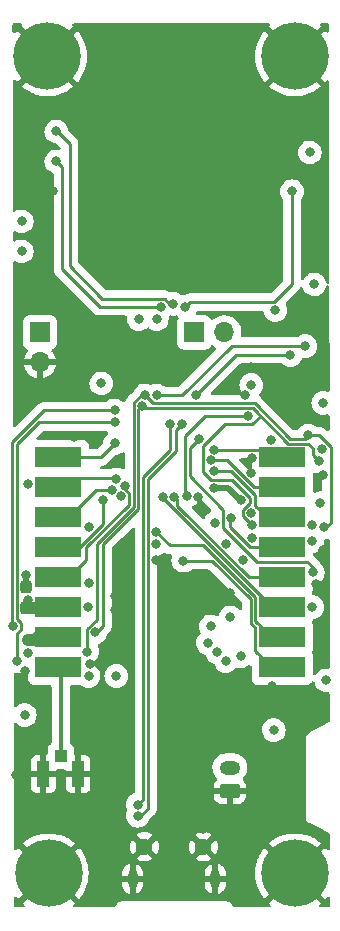
<source format=gbr>
%TF.GenerationSoftware,KiCad,Pcbnew,(6.0.8)*%
%TF.CreationDate,2023-06-03T22:28:48+01:00*%
%TF.ProjectId,circuit board design v2.1,63697263-7569-4742-9062-6f6172642064,rev?*%
%TF.SameCoordinates,Original*%
%TF.FileFunction,Copper,L4,Bot*%
%TF.FilePolarity,Positive*%
%FSLAX46Y46*%
G04 Gerber Fmt 4.6, Leading zero omitted, Abs format (unit mm)*
G04 Created by KiCad (PCBNEW (6.0.8)) date 2023-06-03 22:28:48*
%MOMM*%
%LPD*%
G01*
G04 APERTURE LIST*
G04 Aperture macros list*
%AMRoundRect*
0 Rectangle with rounded corners*
0 $1 Rounding radius*
0 $2 $3 $4 $5 $6 $7 $8 $9 X,Y pos of 4 corners*
0 Add a 4 corners polygon primitive as box body*
4,1,4,$2,$3,$4,$5,$6,$7,$8,$9,$2,$3,0*
0 Add four circle primitives for the rounded corners*
1,1,$1+$1,$2,$3*
1,1,$1+$1,$4,$5*
1,1,$1+$1,$6,$7*
1,1,$1+$1,$8,$9*
0 Add four rect primitives between the rounded corners*
20,1,$1+$1,$2,$3,$4,$5,0*
20,1,$1+$1,$4,$5,$6,$7,0*
20,1,$1+$1,$6,$7,$8,$9,0*
20,1,$1+$1,$8,$9,$2,$3,0*%
G04 Aperture macros list end*
%TA.AperFunction,ComponentPad*%
%ADD10C,1.450000*%
%TD*%
%TA.AperFunction,ComponentPad*%
%ADD11O,0.800000X1.600000*%
%TD*%
%TA.AperFunction,ComponentPad*%
%ADD12C,3.600000*%
%TD*%
%TA.AperFunction,ConnectorPad*%
%ADD13C,5.700000*%
%TD*%
%TA.AperFunction,ComponentPad*%
%ADD14R,1.700000X1.700000*%
%TD*%
%TA.AperFunction,ComponentPad*%
%ADD15O,1.700000X1.700000*%
%TD*%
%TA.AperFunction,ComponentPad*%
%ADD16RoundRect,0.250000X0.625000X-0.350000X0.625000X0.350000X-0.625000X0.350000X-0.625000X-0.350000X0*%
%TD*%
%TA.AperFunction,ComponentPad*%
%ADD17O,1.750000X1.200000*%
%TD*%
%TA.AperFunction,ConnectorPad*%
%ADD18R,4.000000X1.780000*%
%TD*%
%TA.AperFunction,SMDPad,CuDef*%
%ADD19R,4.000000X1.780000*%
%TD*%
%TA.AperFunction,SMDPad,CuDef*%
%ADD20RoundRect,0.237500X0.237500X-0.300000X0.237500X0.300000X-0.237500X0.300000X-0.237500X-0.300000X0*%
%TD*%
%TA.AperFunction,SMDPad,CuDef*%
%ADD21R,1.050000X2.200000*%
%TD*%
%TA.AperFunction,SMDPad,CuDef*%
%ADD22R,1.050000X1.050000*%
%TD*%
%TA.AperFunction,ViaPad*%
%ADD23C,0.800000*%
%TD*%
%TA.AperFunction,Conductor*%
%ADD24C,0.250000*%
%TD*%
%TA.AperFunction,Conductor*%
%ADD25C,0.500000*%
%TD*%
%TA.AperFunction,Conductor*%
%ADD26C,1.000000*%
%TD*%
%TA.AperFunction,Conductor*%
%ADD27C,0.350000*%
%TD*%
G04 APERTURE END LIST*
D10*
%TO.P,J3,P$1,Shield*%
%TO.N,GND*%
X33747000Y-88251000D03*
%TO.P,J3,P$2,Shield*%
X38747000Y-88251000D03*
D11*
%TO.P,J3,P$12,Shield*%
X32747000Y-90951000D03*
%TO.P,J3,P$13,Shield*%
X39747000Y-90951000D03*
%TD*%
D12*
%TO.P,H4,1,1*%
%TO.N,GND*%
X46482000Y-90500000D03*
D13*
X46482000Y-90500000D03*
%TD*%
D14*
%TO.P,J1,1,Pin_1*%
%TO.N,+3.3V*%
X24892000Y-44699000D03*
D15*
%TO.P,J1,2,Pin_2*%
%TO.N,GND*%
X24892000Y-47239000D03*
%TD*%
D16*
%TO.P,J2,1,Pin_1*%
%TO.N,GND*%
X40984000Y-83550000D03*
D17*
%TO.P,J2,2,Pin_2*%
%TO.N,/Power/Battery+*%
X40984000Y-81550000D03*
%TD*%
D13*
%TO.P,H2,1,1*%
%TO.N,GND*%
X46482000Y-21336000D03*
D12*
X46482000Y-21336000D03*
%TD*%
D14*
%TO.P,J6,1,Pin_1*%
%TO.N,/MCU/SYS_JTCK_SWCLK*%
X37968000Y-44704000D03*
D15*
%TO.P,J6,2,Pin_2*%
%TO.N,/MCU/SYS_JTMS_SWDIO*%
X40508000Y-44704000D03*
%TD*%
D12*
%TO.P,H3,1,1*%
%TO.N,GND*%
X25527000Y-21336000D03*
D13*
X25527000Y-21336000D03*
%TD*%
D12*
%TO.P,H1,1,1*%
%TO.N,GND*%
X25654000Y-90500000D03*
D13*
X25654000Y-90500000D03*
%TD*%
D18*
%TO.P,U10,1,Antenna*%
%TO.N,Net-(J4-Pad3)*%
X26466000Y-73058000D03*
D19*
%TO.P,U10,2,GND*%
%TO.N,GND*%
X26466000Y-70518000D03*
%TO.P,U10,3,VCC*%
%TO.N,+3.3V*%
X26466000Y-67978000D03*
%TO.P,U10,4,RX_SWITCH*%
%TO.N,/MCU/Radio_TX*%
X26466000Y-65438000D03*
%TO.P,U10,5,TX_SWITCH*%
%TO.N,/MCU/Radio_RX*%
X26466000Y-62898000D03*
%TO.P,U10,6,DIO0*%
%TO.N,/MCU/Radio_DIO0*%
X26466000Y-60358000D03*
%TO.P,U10,7,DIO1*%
%TO.N,/MCU/Radio_DIO1*%
X26466000Y-57818000D03*
%TO.P,U10,8,DIO2*%
%TO.N,/MCU/Radio_DIO2*%
X26466000Y-55278000D03*
%TO.P,U10,9,DIO3*%
%TO.N,/MCU/Radio_DIO3*%
X45416000Y-55278000D03*
%TO.P,U10,10,DIO4*%
%TO.N,/MCU/Radio_DIO4*%
X45416000Y-57818000D03*
%TO.P,U10,11,DIO5*%
%TO.N,/MCU/Radio_DIO5*%
X45416000Y-60358000D03*
%TO.P,U10,12,RESET*%
%TO.N,/MCU/Radio_Reset*%
X45416000Y-62898000D03*
%TO.P,U10,13,SCLK*%
%TO.N,/MCU/Radio_SPI1_SCK*%
X45416000Y-65438000D03*
%TO.P,U10,14,SDO*%
%TO.N,/MCU/Radio_SPI1_MISO*%
X45416000Y-67978000D03*
%TO.P,U10,15,SDI*%
%TO.N,/MCU/Radio_SPI1_MOSI*%
X45416000Y-70518000D03*
%TO.P,U10,16,~{SEL}*%
%TO.N,/MCU/Radio_Enable*%
X45416000Y-73058000D03*
%TD*%
D20*
%TO.P,C27,1*%
%TO.N,+3.3V*%
X23749000Y-68019000D03*
%TO.P,C27,2*%
%TO.N,GND*%
X23749000Y-66294000D03*
%TD*%
D21*
%TO.P,J4,1,1*%
%TO.N,GND*%
X28145000Y-82099500D03*
%TO.P,J4,2,2*%
X25195000Y-82099500D03*
D22*
%TO.P,J4,3,3*%
%TO.N,Net-(J4-Pad3)*%
X26670000Y-80574500D03*
%TD*%
D23*
%TO.N,/GPS/GPS_UART_TX_Module*%
X26289000Y-30226000D03*
%TO.N,/GPS/GPS_UART_RX_Module*%
X26289000Y-27686000D03*
X36195000Y-42291000D03*
%TO.N,/GPS/GPS_UART_TX_Module*%
X35179000Y-42545000D03*
%TO.N,/GPS/GPS_Reset*%
X37211000Y-42545000D03*
X46236000Y-32758000D03*
%TO.N,+3.3V*%
X48133000Y-40640000D03*
X44831000Y-42799000D03*
%TO.N,/MCU/Radio_DIO2*%
X31242000Y-54102000D03*
%TO.N,/MCU/Radio_DIO4*%
X39364753Y-55537530D03*
%TO.N,/MCU/Radio_DIO5*%
X39656500Y-56441100D03*
%TO.N,/MCU/Radio_DIO3*%
X39619959Y-54622969D03*
%TO.N,/MCU/Radio_Enable*%
X37039311Y-64025423D03*
%TO.N,/MCU/I2C1_SDA*%
X48921140Y-61203806D03*
X33782000Y-50038000D03*
X28908006Y-71734469D03*
X47621270Y-53427500D03*
%TO.N,GND*%
X41021000Y-66802000D03*
X47800000Y-34800000D03*
X41500000Y-20000000D03*
X42846944Y-62086056D03*
X23114000Y-51816000D03*
X47965502Y-61007500D03*
X23876000Y-70739000D03*
X23749000Y-65278000D03*
X38735000Y-86741000D03*
X37900000Y-20000000D03*
X32004000Y-50038000D03*
X42799000Y-56642000D03*
X24400000Y-30700000D03*
X41500000Y-23400000D03*
X38312005Y-58606306D03*
X42063380Y-63981120D03*
X42866498Y-55372000D03*
X23622000Y-73406000D03*
X42237579Y-50011144D03*
X23495000Y-75438000D03*
X42796677Y-59999064D03*
X47800000Y-37500000D03*
X22860000Y-82169000D03*
X30226000Y-83820000D03*
X27432000Y-47879000D03*
X24400000Y-26100000D03*
X40666629Y-62584370D03*
X48260000Y-66040000D03*
X29015502Y-65913000D03*
X24400000Y-28400000D03*
X44577000Y-74676000D03*
X34300000Y-20000000D03*
X30700000Y-20000000D03*
X23876000Y-71842500D03*
X48895000Y-76454000D03*
X34300000Y-23400000D03*
X37900000Y-23400000D03*
X48855500Y-56769000D03*
X23368000Y-39370000D03*
X48768000Y-54610000D03*
X31369000Y-55549060D03*
X32512000Y-66929000D03*
X31767812Y-58594670D03*
X32512000Y-68326000D03*
X26035000Y-32766000D03*
X23368000Y-33782000D03*
X30700000Y-23400000D03*
X29150138Y-72790972D03*
X48895000Y-63119000D03*
X42799000Y-47625000D03*
X27773500Y-53562944D03*
X30226000Y-76200000D03*
X31242000Y-67056000D03*
X28067000Y-43180000D03*
X23876000Y-57531000D03*
X31242000Y-68199000D03*
X34729500Y-64008000D03*
%TO.N,+3.3V*%
X28956000Y-67945000D03*
X49149000Y-74168000D03*
X39751000Y-60833000D03*
X44704000Y-78359000D03*
X48641000Y-59173500D03*
X23368000Y-35306000D03*
X39116000Y-70993000D03*
X39878000Y-71755000D03*
X23622000Y-77089000D03*
X29015502Y-61205962D03*
X23860498Y-67381000D03*
X44450000Y-53838498D03*
X48895000Y-50673000D03*
X47965502Y-62357000D03*
X41021000Y-68834000D03*
X29015502Y-73787000D03*
X39370000Y-69596000D03*
X31369000Y-73787000D03*
X40640000Y-72517000D03*
X47752000Y-29464000D03*
X47965502Y-67945000D03*
X34729500Y-62611000D03*
X41910000Y-72136000D03*
X23368000Y-37846000D03*
X34798000Y-43561000D03*
X33274000Y-43561000D03*
X30099000Y-49022000D03*
X42799000Y-49149000D03*
%TO.N,+3.3VA*%
X39656500Y-57912000D03*
X41910000Y-58928000D03*
%TO.N,/MCU/I2C1_SCL*%
X29591000Y-70104000D03*
X42866413Y-61022688D03*
X33521151Y-50950970D03*
X48514000Y-55626000D03*
%TO.N,/MCU/Radio_DIO1*%
X31382154Y-57148560D03*
%TO.N,/MCU/Radio_DIO0*%
X30988000Y-58039000D03*
%TO.N,/MCU/Radio_TX*%
X32139681Y-57721017D03*
%TO.N,/MCU/Radio_RX*%
X30226000Y-58928000D03*
%TO.N,/MCU/Radio_Reset*%
X41110500Y-60452000D03*
%TO.N,/MCU/Radio_SPI1_SCK*%
X36277596Y-58596949D03*
%TO.N,/MCU/Radio_SPI1_MISO*%
X35323843Y-58599597D03*
%TO.N,/MCU/Radio_SPI1_MOSI*%
X34729500Y-61595000D03*
%TO.N,/MCU/Flash_QUADSPI_CLK*%
X42545000Y-51816000D03*
X37338000Y-58547000D03*
%TO.N,/MCU/USB_D-*%
X33186500Y-84673043D03*
X35941000Y-52451000D03*
%TO.N,/MCU/USB_D+*%
X36957000Y-52423000D03*
X33186500Y-85622546D03*
%TO.N,/MCU/Flash_QUADSPI_BK1_IO1*%
X38100000Y-50038000D03*
X46101000Y-46609000D03*
%TO.N,/MCU/Flash_QUADSPI_BK1_NCS*%
X34798000Y-50038000D03*
X47371000Y-45847000D03*
%TO.N,/MCU/Acc_Int1*%
X22606000Y-69596000D03*
X31242000Y-51308000D03*
%TO.N,/MCU/Gyro_Int3*%
X22987000Y-72517000D03*
X31242000Y-52257503D03*
%TO.N,/MCU/Mag_Data_Ready*%
X38354000Y-53722000D03*
X48006000Y-65024000D03*
%TD*%
D24*
%TO.N,/GPS/GPS_Reset*%
X44744000Y-42124000D02*
X46236000Y-40632000D01*
X37632000Y-42124000D02*
X44744000Y-42124000D01*
X46236000Y-40632000D02*
X46236000Y-32758000D01*
X37211000Y-42545000D02*
X37632000Y-42124000D01*
%TO.N,/GPS/GPS_UART_RX_Module*%
X27432000Y-28763405D02*
X26354595Y-27686000D01*
X26354595Y-27686000D02*
X26289000Y-27686000D01*
X30186000Y-41870000D02*
X27432000Y-39116000D01*
X35458595Y-41870000D02*
X30186000Y-41870000D01*
X35854000Y-42265405D02*
X35458595Y-41870000D01*
X27432000Y-39116000D02*
X27432000Y-28763405D01*
X35854000Y-42291000D02*
X35854000Y-42265405D01*
X36195000Y-42291000D02*
X35854000Y-42291000D01*
%TO.N,/GPS/GPS_UART_TX_Module*%
X29972000Y-42545000D02*
X26797000Y-39370000D01*
X26797000Y-39370000D02*
X26797000Y-30734000D01*
X26797000Y-30734000D02*
X26289000Y-30226000D01*
X35179000Y-42545000D02*
X29972000Y-42545000D01*
%TO.N,/MCU/I2C1_SDA*%
X32842812Y-50674714D02*
X33479526Y-50038000D01*
X29690502Y-62616929D02*
X32842812Y-59464619D01*
X29690502Y-69049903D02*
X29690502Y-62616929D01*
X28908006Y-69832399D02*
X29690502Y-69049903D01*
X28908006Y-71734469D02*
X28908006Y-69832399D01*
X32842812Y-59464619D02*
X32842812Y-50674714D01*
X33479526Y-50038000D02*
X33782000Y-50038000D01*
%TO.N,/MCU/Radio_DIO2*%
X30066000Y-55278000D02*
X26466000Y-55278000D01*
X31242000Y-54102000D02*
X30066000Y-55278000D01*
%TO.N,/MCU/Radio_DIO4*%
X40739935Y-55537530D02*
X43020405Y-57818000D01*
X43020405Y-57818000D02*
X45416000Y-57818000D01*
X39364753Y-55537530D02*
X40739935Y-55537530D01*
%TO.N,/MCU/Radio_DIO5*%
X44110208Y-60358000D02*
X45416000Y-60358000D01*
X43141000Y-58504281D02*
X43141000Y-59388792D01*
X43141000Y-59388792D02*
X44110208Y-60358000D01*
X41077819Y-56441100D02*
X43141000Y-58504281D01*
X39656500Y-56441100D02*
X41077819Y-56441100D01*
%TO.N,/MCU/Radio_DIO3*%
X44760969Y-54622969D02*
X45416000Y-55278000D01*
X39619959Y-54622969D02*
X44760969Y-54622969D01*
%TO.N,+3.3VA*%
X41910000Y-58928000D02*
X41910000Y-59015500D01*
%TO.N,/MCU/Radio_Reset*%
X41021000Y-61214000D02*
X42705000Y-62898000D01*
X42705000Y-62898000D02*
X45416000Y-62898000D01*
X41021000Y-60541500D02*
X41021000Y-61214000D01*
X41110500Y-60452000D02*
X41021000Y-60541500D01*
%TO.N,/MCU/I2C1_SCL*%
X42885999Y-52491000D02*
X43595657Y-51781342D01*
X40539595Y-52491000D02*
X42885999Y-52491000D01*
X38690253Y-54340342D02*
X40539595Y-52491000D01*
X38690253Y-56503348D02*
X38690253Y-54340342D01*
X42672000Y-58735405D02*
X41126595Y-57190000D01*
X42672000Y-59169146D02*
X42672000Y-58735405D01*
X41126595Y-57190000D02*
X39376905Y-57190000D01*
X42121677Y-60277952D02*
X42121677Y-59719469D01*
X42866413Y-61022688D02*
X42121677Y-60277952D01*
X42121677Y-59719469D02*
X42672000Y-59169146D01*
X39376905Y-57190000D02*
X38690253Y-56503348D01*
D25*
%TO.N,+3.3VA*%
X39656500Y-57912000D02*
X40806500Y-57912000D01*
X40806500Y-57912000D02*
X41910000Y-59015500D01*
D24*
%TO.N,/MCU/Mag_Data_Ready*%
X40426000Y-61254001D02*
X43306999Y-64135000D01*
X48006000Y-64588000D02*
X48006000Y-65024000D01*
X40426000Y-59730000D02*
X40426000Y-61254001D01*
X47553000Y-64135000D02*
X48006000Y-64588000D01*
X37597637Y-56901637D02*
X40426000Y-59730000D01*
X37597637Y-54478363D02*
X37597637Y-56901637D01*
X43306999Y-64135000D02*
X47553000Y-64135000D01*
X38354000Y-53722000D02*
X37597637Y-54478363D01*
%TO.N,/MCU/Flash_QUADSPI_CLK*%
X38862000Y-51816000D02*
X42545000Y-51816000D01*
X37197637Y-53480363D02*
X38862000Y-51816000D01*
X37338000Y-58547000D02*
X37197637Y-58406637D01*
X37197637Y-58406637D02*
X37197637Y-53480363D01*
%TO.N,/MCU/USB_D+*%
X34076000Y-84988595D02*
X33442049Y-85622546D01*
X33442049Y-85622546D02*
X33186500Y-85622546D01*
X34076000Y-84429405D02*
X34076000Y-84988595D01*
X34055000Y-84408405D02*
X34076000Y-84429405D01*
X36449000Y-54708500D02*
X34055000Y-57102500D01*
X34055000Y-57102500D02*
X34055000Y-84408405D01*
X36449000Y-52931000D02*
X36449000Y-54708500D01*
X36957000Y-52423000D02*
X36449000Y-52931000D01*
%TO.N,/MCU/USB_D-*%
X33655000Y-56936814D02*
X33655000Y-84204543D01*
X35941000Y-54650814D02*
X33655000Y-56936814D01*
X35941000Y-52451000D02*
X35941000Y-54650814D01*
X33655000Y-84204543D02*
X33186500Y-84673043D01*
%TO.N,/MCU/Radio_Enable*%
X43141000Y-71683000D02*
X43141000Y-69708686D01*
X43141000Y-69708686D02*
X42741000Y-69308685D01*
X42741000Y-69308685D02*
X42741000Y-67309687D01*
X42741000Y-67309687D02*
X39456736Y-64025423D01*
X44516000Y-73058000D02*
X43141000Y-71683000D01*
X39456736Y-64025423D02*
X37039311Y-64025423D01*
X45416000Y-73058000D02*
X44516000Y-73058000D01*
%TO.N,/MCU/I2C1_SDA*%
X49530000Y-54417405D02*
X48540095Y-53427500D01*
X47621270Y-53427500D02*
X47621270Y-53395476D01*
X49159194Y-61203806D02*
X49530000Y-60833000D01*
X46082000Y-53702000D02*
X43093000Y-50713000D01*
X48540095Y-53427500D02*
X47621270Y-53427500D01*
X47314746Y-53702000D02*
X46082000Y-53702000D01*
X49530000Y-60833000D02*
X49530000Y-54417405D01*
X43093000Y-50713000D02*
X34457000Y-50713000D01*
X48921140Y-61203806D02*
X49159194Y-61203806D01*
X34457000Y-50713000D02*
X33782000Y-50038000D01*
X47621270Y-53395476D02*
X47314746Y-53702000D01*
D25*
%TO.N,GND*%
X23749000Y-65278000D02*
X23749000Y-66294000D01*
D26*
X24493348Y-70739000D02*
X24714348Y-70518000D01*
X23876000Y-70739000D02*
X24493348Y-70739000D01*
X24714348Y-70518000D02*
X26466000Y-70518000D01*
D25*
%TO.N,+3.3V*%
X23860498Y-67381000D02*
X23749000Y-67492498D01*
X23749000Y-67492498D02*
X23749000Y-68019000D01*
D26*
X23749000Y-68019000D02*
X26425000Y-68019000D01*
X26425000Y-68019000D02*
X26466000Y-67978000D01*
D24*
%TO.N,/MCU/I2C1_SCL*%
X45927314Y-54113000D02*
X47636000Y-54113000D01*
X48006000Y-55118000D02*
X48514000Y-55626000D01*
X29735685Y-70104000D02*
X30245000Y-69594685D01*
X29591000Y-70104000D02*
X29735685Y-70104000D01*
X42927314Y-51113000D02*
X45927314Y-54113000D01*
X47636000Y-54113000D02*
X48006000Y-54483000D01*
X33740375Y-50950970D02*
X33902405Y-51113000D01*
X30245000Y-62628117D02*
X33242812Y-59630304D01*
X33242812Y-59630304D02*
X33242812Y-51229309D01*
X33521151Y-50950970D02*
X33740375Y-50950970D01*
X33902405Y-51113000D02*
X42927314Y-51113000D01*
X30245000Y-69594685D02*
X30245000Y-62628117D01*
X33242812Y-51229309D02*
X33521151Y-50950970D01*
X48006000Y-54483000D02*
X48006000Y-55118000D01*
%TO.N,/MCU/Radio_DIO1*%
X31256594Y-57023000D02*
X27261000Y-57023000D01*
X31382154Y-57148560D02*
X31256594Y-57023000D01*
X27261000Y-57023000D02*
X26466000Y-57818000D01*
%TO.N,/MCU/Radio_DIO0*%
X29685000Y-58039000D02*
X27366000Y-60358000D01*
X30988000Y-58039000D02*
X29685000Y-58039000D01*
X27366000Y-60358000D02*
X26466000Y-60358000D01*
%TO.N,/MCU/Radio_TX*%
X32442812Y-58315075D02*
X32442812Y-59298933D01*
X28829000Y-63975000D02*
X27366000Y-65438000D01*
X32139681Y-57721017D02*
X32139681Y-58011944D01*
X27366000Y-65438000D02*
X26466000Y-65438000D01*
X28829000Y-62912745D02*
X28829000Y-63975000D01*
X32442812Y-59298933D02*
X28829000Y-62912745D01*
X32139681Y-58011944D02*
X32442812Y-58315075D01*
%TO.N,/MCU/Radio_RX*%
X28278059Y-62898000D02*
X26466000Y-62898000D01*
X30226000Y-60950059D02*
X28278059Y-62898000D01*
X30226000Y-58928000D02*
X30226000Y-60950059D01*
%TO.N,Net-(J4-Pad3)*%
X26670000Y-73262000D02*
X26466000Y-73058000D01*
D27*
X26670000Y-80574500D02*
X26670000Y-73262000D01*
D24*
%TO.N,/MCU/Radio_SPI1_SCK*%
X36277596Y-58596949D02*
X36489000Y-58808353D01*
X36489000Y-58808353D02*
X36489000Y-59360629D01*
X36489000Y-59360629D02*
X42566371Y-65438000D01*
X42566371Y-65438000D02*
X45416000Y-65438000D01*
%TO.N,/MCU/Radio_SPI1_MISO*%
X35323843Y-58761158D02*
X44540685Y-67978000D01*
X44540685Y-67978000D02*
X45416000Y-67978000D01*
X35323843Y-58599597D02*
X35323843Y-58761158D01*
%TO.N,/MCU/Radio_SPI1_MOSI*%
X43141000Y-67144001D02*
X43141000Y-69143000D01*
X38734999Y-62738000D02*
X43141000Y-67144001D01*
X44516000Y-70518000D02*
X45416000Y-70518000D01*
X35872500Y-62738000D02*
X38734999Y-62738000D01*
X43141000Y-69143000D02*
X44516000Y-70518000D01*
X34729500Y-61595000D02*
X35872500Y-62738000D01*
%TO.N,/MCU/Flash_QUADSPI_BK1_IO1*%
X46101000Y-46609000D02*
X41529000Y-46609000D01*
X41529000Y-46609000D02*
X38100000Y-50038000D01*
%TO.N,/MCU/Flash_QUADSPI_BK1_NCS*%
X41148000Y-45847000D02*
X47371000Y-45847000D01*
X34798000Y-50038000D02*
X36957000Y-50038000D01*
X36957000Y-50038000D02*
X41148000Y-45847000D01*
%TO.N,/MCU/Acc_Int1*%
X25273001Y-51308000D02*
X31242000Y-51308000D01*
X22574000Y-69564000D02*
X22574000Y-54007001D01*
X22606000Y-69596000D02*
X22574000Y-69564000D01*
X22574000Y-54007001D02*
X25273001Y-51308000D01*
%TO.N,/MCU/Gyro_Int3*%
X24822686Y-52324000D02*
X22974000Y-54172686D01*
X23281000Y-69316405D02*
X23281000Y-69875595D01*
X22987000Y-70169595D02*
X22987000Y-72517000D01*
X31242000Y-52257503D02*
X31175503Y-52324000D01*
X22974000Y-69009405D02*
X23281000Y-69316405D01*
X22974000Y-54172686D02*
X22974000Y-69009405D01*
X23281000Y-69875595D02*
X22987000Y-70169595D01*
X31175503Y-52324000D02*
X24822686Y-52324000D01*
%TD*%
%TA.AperFunction,Conductor*%
%TO.N,GND*%
G36*
X32885859Y-61223987D02*
G01*
X32924423Y-61290782D01*
X32929500Y-61329346D01*
X32929500Y-83594238D01*
X32909538Y-83668738D01*
X32855000Y-83723276D01*
X32822571Y-83737175D01*
X32816885Y-83738849D01*
X32816884Y-83738850D01*
X32809893Y-83740907D01*
X32636012Y-83831810D01*
X32483100Y-83954754D01*
X32356980Y-84105059D01*
X32262456Y-84276997D01*
X32203128Y-84464021D01*
X32202315Y-84471265D01*
X32202315Y-84471267D01*
X32182069Y-84651765D01*
X32181257Y-84659006D01*
X32197675Y-84854526D01*
X32251758Y-85043134D01*
X32269419Y-85077499D01*
X32285718Y-85152884D01*
X32268617Y-85213320D01*
X32268838Y-85213415D01*
X32268110Y-85215113D01*
X32267468Y-85217383D01*
X32262456Y-85226500D01*
X32203128Y-85413524D01*
X32202315Y-85420768D01*
X32202315Y-85420770D01*
X32196088Y-85476284D01*
X32181257Y-85608509D01*
X32197675Y-85804029D01*
X32199685Y-85811038D01*
X32199685Y-85811039D01*
X32245681Y-85971445D01*
X32251758Y-85992637D01*
X32341444Y-86167147D01*
X32463318Y-86320915D01*
X32612738Y-86448081D01*
X32619101Y-86451637D01*
X32777649Y-86540247D01*
X32777655Y-86540250D01*
X32784013Y-86543803D01*
X32970618Y-86604435D01*
X33043897Y-86613173D01*
X33158215Y-86626805D01*
X33158218Y-86626805D01*
X33165446Y-86627667D01*
X33276943Y-86619088D01*
X33353814Y-86613173D01*
X33353816Y-86613173D01*
X33361076Y-86612614D01*
X33550056Y-86559849D01*
X33556562Y-86556562D01*
X33556566Y-86556561D01*
X33718684Y-86474669D01*
X33718685Y-86474669D01*
X33725189Y-86471383D01*
X33879803Y-86350586D01*
X34008009Y-86202057D01*
X34085240Y-86066106D01*
X34101327Y-86037789D01*
X34101328Y-86037787D01*
X34104925Y-86031455D01*
X34116624Y-85996287D01*
X34152647Y-85937960D01*
X34542126Y-85548481D01*
X34559171Y-85533833D01*
X34567189Y-85527933D01*
X34567191Y-85527931D01*
X34574158Y-85522804D01*
X34606129Y-85485172D01*
X34614323Y-85476284D01*
X34618961Y-85471646D01*
X34635528Y-85450707D01*
X34638810Y-85446704D01*
X34678087Y-85400472D01*
X34683692Y-85393875D01*
X34687630Y-85386164D01*
X34689846Y-85382840D01*
X34689928Y-85382727D01*
X34690007Y-85382587D01*
X34692092Y-85379211D01*
X34697465Y-85372420D01*
X34706134Y-85353871D01*
X34726816Y-85309622D01*
X34729099Y-85304952D01*
X34756689Y-85250919D01*
X34756690Y-85250916D01*
X34760627Y-85243206D01*
X34762684Y-85234798D01*
X34764075Y-85231059D01*
X34764131Y-85230925D01*
X34764172Y-85230783D01*
X34765431Y-85226999D01*
X34769096Y-85219157D01*
X34783213Y-85151283D01*
X34784351Y-85146252D01*
X34800838Y-85078878D01*
X34801500Y-85068207D01*
X34801500Y-85067460D01*
X34801846Y-85061705D01*
X34803547Y-85053527D01*
X34801555Y-84979909D01*
X34801500Y-84975880D01*
X34801500Y-84495699D01*
X34803195Y-84473290D01*
X34804691Y-84463455D01*
X34805993Y-84454897D01*
X34801990Y-84405678D01*
X34801500Y-84393600D01*
X34801500Y-84387042D01*
X34801002Y-84382767D01*
X34801001Y-84382757D01*
X34798409Y-84360527D01*
X34797897Y-84355352D01*
X34792980Y-84294903D01*
X34792279Y-84286278D01*
X34789612Y-84278044D01*
X34788829Y-84274126D01*
X34788808Y-84273991D01*
X34788771Y-84273860D01*
X34787851Y-84269969D01*
X34786848Y-84261368D01*
X34784344Y-84254470D01*
X34780500Y-84221500D01*
X34780500Y-83946503D01*
X39601001Y-83946503D01*
X39601400Y-83954204D01*
X39611127Y-84047953D01*
X39614547Y-84063793D01*
X39665168Y-84215524D01*
X39672461Y-84231093D01*
X39756359Y-84366669D01*
X39767048Y-84380156D01*
X39879883Y-84492795D01*
X39893377Y-84503452D01*
X40029105Y-84587115D01*
X40044693Y-84594384D01*
X40196518Y-84644743D01*
X40212333Y-84648133D01*
X40304849Y-84657612D01*
X40312444Y-84658000D01*
X40710384Y-84658000D01*
X40725855Y-84653855D01*
X40730000Y-84638384D01*
X40730000Y-84638383D01*
X41238000Y-84638383D01*
X41242145Y-84653854D01*
X41257616Y-84657999D01*
X41655503Y-84657999D01*
X41663204Y-84657600D01*
X41756953Y-84647873D01*
X41772793Y-84644453D01*
X41924524Y-84593832D01*
X41940093Y-84586539D01*
X42075669Y-84502641D01*
X42089156Y-84491952D01*
X42201795Y-84379117D01*
X42212452Y-84365623D01*
X42296115Y-84229895D01*
X42303384Y-84214307D01*
X42353743Y-84062482D01*
X42357133Y-84046667D01*
X42366612Y-83954151D01*
X42367000Y-83946556D01*
X42367000Y-83823616D01*
X42362855Y-83808145D01*
X42347384Y-83804000D01*
X41257616Y-83804000D01*
X41242145Y-83808145D01*
X41238000Y-83823616D01*
X41238000Y-84638383D01*
X40730000Y-84638383D01*
X40730000Y-83823616D01*
X40725855Y-83808145D01*
X40710384Y-83804000D01*
X39620617Y-83804000D01*
X39605146Y-83808145D01*
X39601001Y-83823616D01*
X39601001Y-83946503D01*
X34780500Y-83946503D01*
X34780500Y-81644594D01*
X39507074Y-81644594D01*
X39508231Y-81651327D01*
X39508231Y-81651328D01*
X39516594Y-81699999D01*
X39544438Y-81862043D01*
X39546799Y-81868442D01*
X39546800Y-81868447D01*
X39553172Y-81885719D01*
X39620804Y-82069043D01*
X39733614Y-82258659D01*
X39738122Y-82263799D01*
X39872711Y-82417269D01*
X39906824Y-82486443D01*
X39901780Y-82563406D01*
X39866137Y-82620779D01*
X39766202Y-82720888D01*
X39755548Y-82734377D01*
X39671885Y-82870105D01*
X39664616Y-82885693D01*
X39614257Y-83037518D01*
X39610867Y-83053333D01*
X39601388Y-83145849D01*
X39601000Y-83153445D01*
X39601000Y-83276384D01*
X39605145Y-83291855D01*
X39620616Y-83296000D01*
X42347383Y-83296000D01*
X42362854Y-83291855D01*
X42366999Y-83276384D01*
X42366999Y-83153497D01*
X42366600Y-83145796D01*
X42356873Y-83052047D01*
X42353453Y-83036207D01*
X42302832Y-82884476D01*
X42295539Y-82868907D01*
X42211641Y-82733331D01*
X42200952Y-82719844D01*
X42100436Y-82619503D01*
X42061814Y-82552742D01*
X42061747Y-82475614D01*
X42096289Y-82412912D01*
X42210860Y-82288970D01*
X42210862Y-82288968D01*
X42215501Y-82283949D01*
X42333236Y-82097350D01*
X42414994Y-81892421D01*
X42444588Y-81743642D01*
X42456705Y-81682727D01*
X42456705Y-81682724D01*
X42458038Y-81676024D01*
X42460926Y-81455406D01*
X42423562Y-81237957D01*
X42421201Y-81231558D01*
X42421200Y-81231553D01*
X42349560Y-81037366D01*
X42347196Y-81030957D01*
X42234386Y-80841341D01*
X42088910Y-80675457D01*
X42083547Y-80671229D01*
X41921005Y-80543092D01*
X41921002Y-80543090D01*
X41915640Y-80538863D01*
X41769921Y-80462196D01*
X41726425Y-80439311D01*
X41726421Y-80439309D01*
X41720380Y-80436131D01*
X41589208Y-80395401D01*
X41516187Y-80372727D01*
X41516182Y-80372726D01*
X41509667Y-80370703D01*
X41502890Y-80369901D01*
X41502886Y-80369900D01*
X41334877Y-80350015D01*
X41334873Y-80350015D01*
X41330524Y-80349500D01*
X40653030Y-80349500D01*
X40489289Y-80364546D01*
X40276936Y-80424435D01*
X40270807Y-80427457D01*
X40270803Y-80427459D01*
X40246770Y-80439311D01*
X40079053Y-80522020D01*
X40073582Y-80526105D01*
X40073581Y-80526106D01*
X40050834Y-80543092D01*
X39902267Y-80654033D01*
X39897629Y-80659050D01*
X39897626Y-80659053D01*
X39877712Y-80680596D01*
X39752499Y-80816051D01*
X39748854Y-80821829D01*
X39748851Y-80821832D01*
X39664551Y-80955440D01*
X39634764Y-81002650D01*
X39553006Y-81207579D01*
X39509962Y-81423976D01*
X39507074Y-81644594D01*
X34780500Y-81644594D01*
X34780500Y-78344963D01*
X43698757Y-78344963D01*
X43715175Y-78540483D01*
X43717185Y-78547492D01*
X43717185Y-78547493D01*
X43744588Y-78643057D01*
X43769258Y-78729091D01*
X43858944Y-78903601D01*
X43901814Y-78957690D01*
X43966483Y-79039282D01*
X43980818Y-79057369D01*
X44130238Y-79184535D01*
X44136601Y-79188091D01*
X44295149Y-79276701D01*
X44295155Y-79276704D01*
X44301513Y-79280257D01*
X44488118Y-79340889D01*
X44561397Y-79349627D01*
X44675715Y-79363259D01*
X44675718Y-79363259D01*
X44682946Y-79364121D01*
X44794443Y-79355542D01*
X44871314Y-79349627D01*
X44871316Y-79349627D01*
X44878576Y-79349068D01*
X45067556Y-79296303D01*
X45074062Y-79293016D01*
X45074066Y-79293015D01*
X45236184Y-79211123D01*
X45236185Y-79211123D01*
X45242689Y-79207837D01*
X45397303Y-79087040D01*
X45525509Y-78938511D01*
X45622425Y-78767909D01*
X45684358Y-78581732D01*
X45708949Y-78387071D01*
X45709341Y-78359000D01*
X45690194Y-78163728D01*
X45633484Y-77975894D01*
X45562421Y-77842244D01*
X45544792Y-77809088D01*
X45544790Y-77809085D01*
X45541370Y-77802653D01*
X45536767Y-77797010D01*
X45536765Y-77797006D01*
X45421964Y-77656246D01*
X45417361Y-77650602D01*
X45266180Y-77525535D01*
X45093585Y-77432213D01*
X44963202Y-77391853D01*
X44913111Y-77376347D01*
X44913109Y-77376347D01*
X44906152Y-77374193D01*
X44898910Y-77373432D01*
X44898906Y-77373431D01*
X44718260Y-77354444D01*
X44718259Y-77354444D01*
X44711019Y-77353683D01*
X44515618Y-77371466D01*
X44327393Y-77426864D01*
X44153512Y-77517767D01*
X44147838Y-77522329D01*
X44017748Y-77626924D01*
X44000600Y-77640711D01*
X43874480Y-77791016D01*
X43779956Y-77962954D01*
X43720628Y-78149978D01*
X43719815Y-78157222D01*
X43719815Y-78157224D01*
X43705665Y-78283377D01*
X43698757Y-78344963D01*
X34780500Y-78344963D01*
X34780500Y-63747162D01*
X34800462Y-63672662D01*
X34855000Y-63618124D01*
X34901266Y-63601284D01*
X34904076Y-63601068D01*
X34991813Y-63576571D01*
X35086033Y-63550264D01*
X35086034Y-63550264D01*
X35093056Y-63548303D01*
X35099562Y-63545016D01*
X35099566Y-63545015D01*
X35261684Y-63463123D01*
X35261685Y-63463123D01*
X35268189Y-63459837D01*
X35290545Y-63442370D01*
X35359080Y-63388826D01*
X35430077Y-63358690D01*
X35506630Y-63368090D01*
X35513902Y-63371256D01*
X35551473Y-63388816D01*
X35556143Y-63391099D01*
X35610176Y-63418689D01*
X35610179Y-63418690D01*
X35617889Y-63422627D01*
X35626297Y-63424684D01*
X35630036Y-63426075D01*
X35630170Y-63426131D01*
X35630312Y-63426172D01*
X35634096Y-63427431D01*
X35641938Y-63431096D01*
X35709812Y-63445213D01*
X35714843Y-63446351D01*
X35751617Y-63455350D01*
X35775780Y-63461263D01*
X35775782Y-63461263D01*
X35782217Y-63462838D01*
X35788832Y-63463248D01*
X35788836Y-63463249D01*
X35789972Y-63463319D01*
X35792888Y-63463500D01*
X35793635Y-63463500D01*
X35799390Y-63463846D01*
X35807568Y-63465547D01*
X35816220Y-63465313D01*
X35816221Y-63465313D01*
X35881185Y-63463555D01*
X35885215Y-63463500D01*
X35964304Y-63463500D01*
X36038804Y-63483462D01*
X36093342Y-63538000D01*
X36113304Y-63612500D01*
X36106329Y-63657553D01*
X36055939Y-63816401D01*
X36034068Y-64011386D01*
X36050486Y-64206906D01*
X36104569Y-64395514D01*
X36194255Y-64570024D01*
X36316129Y-64723792D01*
X36465549Y-64850958D01*
X36471912Y-64854514D01*
X36630460Y-64943124D01*
X36630466Y-64943127D01*
X36636824Y-64946680D01*
X36823429Y-65007312D01*
X36896708Y-65016050D01*
X37011026Y-65029682D01*
X37011029Y-65029682D01*
X37018257Y-65030544D01*
X37129754Y-65021965D01*
X37206625Y-65016050D01*
X37206627Y-65016050D01*
X37213887Y-65015491D01*
X37402867Y-64962726D01*
X37409373Y-64959439D01*
X37409377Y-64959438D01*
X37571495Y-64877546D01*
X37571496Y-64877546D01*
X37578000Y-64874260D01*
X37695436Y-64782509D01*
X37766434Y-64752373D01*
X37787170Y-64750923D01*
X39094506Y-64750923D01*
X39169006Y-64770885D01*
X39199865Y-64794564D01*
X41971859Y-67566558D01*
X42010423Y-67633353D01*
X42015500Y-67671917D01*
X42015500Y-68051872D01*
X41995538Y-68126372D01*
X41941000Y-68180910D01*
X41866500Y-68200872D01*
X41792000Y-68180910D01*
X41751033Y-68146044D01*
X41738964Y-68131246D01*
X41734361Y-68125602D01*
X41583180Y-68000535D01*
X41410585Y-67907213D01*
X41280202Y-67866853D01*
X41230111Y-67851347D01*
X41230109Y-67851347D01*
X41223152Y-67849193D01*
X41215910Y-67848432D01*
X41215906Y-67848431D01*
X41035260Y-67829444D01*
X41035259Y-67829444D01*
X41028019Y-67828683D01*
X40832618Y-67846466D01*
X40644393Y-67901864D01*
X40470512Y-67992767D01*
X40317600Y-68115711D01*
X40191480Y-68266016D01*
X40096956Y-68437954D01*
X40042214Y-68610523D01*
X40039403Y-68619384D01*
X39997849Y-68684361D01*
X39929374Y-68719855D01*
X39852325Y-68716356D01*
X39826510Y-68705399D01*
X39805696Y-68694145D01*
X39759585Y-68669213D01*
X39598613Y-68619384D01*
X39579111Y-68613347D01*
X39579109Y-68613347D01*
X39572152Y-68611193D01*
X39564910Y-68610432D01*
X39564906Y-68610431D01*
X39384260Y-68591444D01*
X39384259Y-68591444D01*
X39377019Y-68590683D01*
X39181618Y-68608466D01*
X38993393Y-68663864D01*
X38819512Y-68754767D01*
X38813838Y-68759329D01*
X38770919Y-68793837D01*
X38666600Y-68877711D01*
X38540480Y-69028016D01*
X38445956Y-69199954D01*
X38386628Y-69386978D01*
X38385815Y-69394222D01*
X38385815Y-69394224D01*
X38368699Y-69546817D01*
X38364757Y-69581963D01*
X38381175Y-69777483D01*
X38383185Y-69784492D01*
X38383185Y-69784493D01*
X38399996Y-69843118D01*
X38435258Y-69966091D01*
X38481885Y-70056817D01*
X38485319Y-70063499D01*
X38501618Y-70138886D01*
X38478040Y-70212321D01*
X38446160Y-70247728D01*
X38412600Y-70274711D01*
X38286480Y-70425016D01*
X38191956Y-70596954D01*
X38132628Y-70783978D01*
X38131815Y-70791222D01*
X38131815Y-70791224D01*
X38116677Y-70926181D01*
X38110757Y-70978963D01*
X38127175Y-71174483D01*
X38181258Y-71363091D01*
X38270944Y-71537601D01*
X38392818Y-71691369D01*
X38542238Y-71818535D01*
X38548601Y-71822091D01*
X38707149Y-71910701D01*
X38707155Y-71910704D01*
X38713513Y-71914257D01*
X38720450Y-71916511D01*
X38824848Y-71950432D01*
X38889533Y-71992439D01*
X38922032Y-72051069D01*
X38941249Y-72118087D01*
X38941251Y-72118092D01*
X38943258Y-72125091D01*
X39032944Y-72299601D01*
X39154818Y-72453369D01*
X39304238Y-72580535D01*
X39310601Y-72584091D01*
X39469149Y-72672701D01*
X39469155Y-72672704D01*
X39475513Y-72676257D01*
X39482450Y-72678511D01*
X39586848Y-72712432D01*
X39651533Y-72754439D01*
X39684032Y-72813069D01*
X39703249Y-72880087D01*
X39703251Y-72880092D01*
X39705258Y-72887091D01*
X39794944Y-73061601D01*
X39846483Y-73126627D01*
X39911761Y-73208988D01*
X39916818Y-73215369D01*
X40066238Y-73342535D01*
X40072601Y-73346091D01*
X40231149Y-73434701D01*
X40231155Y-73434704D01*
X40237513Y-73438257D01*
X40424118Y-73498889D01*
X40497397Y-73507627D01*
X40611715Y-73521259D01*
X40611718Y-73521259D01*
X40618946Y-73522121D01*
X40730443Y-73513542D01*
X40807314Y-73507627D01*
X40807316Y-73507627D01*
X40814576Y-73507068D01*
X41003556Y-73454303D01*
X41010062Y-73451016D01*
X41010066Y-73451015D01*
X41172184Y-73369123D01*
X41172185Y-73369123D01*
X41178689Y-73365837D01*
X41333303Y-73245040D01*
X41433361Y-73129121D01*
X41497152Y-73085768D01*
X41574073Y-73080119D01*
X41592198Y-73084773D01*
X41694118Y-73117889D01*
X41767397Y-73126627D01*
X41881715Y-73140259D01*
X41881718Y-73140259D01*
X41888946Y-73141121D01*
X42000443Y-73132542D01*
X42077314Y-73126627D01*
X42077316Y-73126627D01*
X42084576Y-73126068D01*
X42234363Y-73084246D01*
X42266533Y-73075264D01*
X42266534Y-73075264D01*
X42273556Y-73073303D01*
X42280062Y-73070016D01*
X42280066Y-73070015D01*
X42442184Y-72988123D01*
X42442185Y-72988123D01*
X42448689Y-72984837D01*
X42574770Y-72886332D01*
X42645763Y-72856198D01*
X42722316Y-72865598D01*
X42783914Y-72912014D01*
X42814050Y-72983011D01*
X42815500Y-73003748D01*
X42815501Y-73496635D01*
X42815501Y-73987360D01*
X42830956Y-74104762D01*
X42891464Y-74250841D01*
X42987718Y-74376282D01*
X43113159Y-74472536D01*
X43122182Y-74476274D01*
X43122183Y-74476274D01*
X43226605Y-74519527D01*
X43259238Y-74533044D01*
X43268919Y-74534319D01*
X43268921Y-74534319D01*
X43371797Y-74547863D01*
X43371804Y-74547863D01*
X43376639Y-74548500D01*
X45415791Y-74548500D01*
X47455360Y-74548499D01*
X47572762Y-74533044D01*
X47605395Y-74519527D01*
X47709817Y-74476274D01*
X47709818Y-74476274D01*
X47718841Y-74472536D01*
X47844282Y-74376282D01*
X47899879Y-74303826D01*
X47961068Y-74256875D01*
X48037537Y-74246808D01*
X48108794Y-74276323D01*
X48155746Y-74337513D01*
X48161316Y-74353462D01*
X48214258Y-74538091D01*
X48303944Y-74712601D01*
X48425818Y-74866369D01*
X48575238Y-74993535D01*
X48581601Y-74997091D01*
X48740149Y-75085701D01*
X48740155Y-75085704D01*
X48746513Y-75089257D01*
X48933118Y-75149889D01*
X49032805Y-75161776D01*
X49120715Y-75172259D01*
X49120718Y-75172259D01*
X49127946Y-75173121D01*
X49275382Y-75161776D01*
X49351192Y-75175964D01*
X49409754Y-75226157D01*
X49435373Y-75298905D01*
X49435812Y-75310243D01*
X49437201Y-77504243D01*
X49437223Y-77539718D01*
X49417308Y-77614230D01*
X49361272Y-77669677D01*
X48646472Y-78071752D01*
X47750736Y-78575603D01*
X47734711Y-78583394D01*
X47712184Y-78592725D01*
X47712180Y-78592727D01*
X47703159Y-78596464D01*
X47695412Y-78602408D01*
X47695411Y-78602409D01*
X47643756Y-78642046D01*
X47642556Y-78642957D01*
X47582546Y-78687944D01*
X47580433Y-78690635D01*
X47577718Y-78692718D01*
X47572399Y-78699650D01*
X47572397Y-78699652D01*
X47532127Y-78752134D01*
X47531109Y-78753446D01*
X47484892Y-78812298D01*
X47483547Y-78815444D01*
X47481464Y-78818159D01*
X47478125Y-78826221D01*
X47452827Y-78887296D01*
X47452179Y-78888837D01*
X47433653Y-78932182D01*
X47422750Y-78957690D01*
X47422265Y-78961077D01*
X47420956Y-78964238D01*
X47419818Y-78972885D01*
X47419817Y-78972887D01*
X47411186Y-79038449D01*
X47410973Y-79040002D01*
X47400356Y-79114211D01*
X47401522Y-79123906D01*
X47401522Y-79123910D01*
X47404434Y-79148118D01*
X47405500Y-79165910D01*
X47405500Y-85698398D01*
X47405125Y-85708961D01*
X47401406Y-85761290D01*
X47403258Y-85770875D01*
X47403258Y-85770878D01*
X47412142Y-85816865D01*
X47413572Y-85825677D01*
X47420956Y-85881762D01*
X47424694Y-85890787D01*
X47426881Y-85898948D01*
X47429546Y-85906942D01*
X47431399Y-85916534D01*
X47456163Y-85967454D01*
X47459801Y-85975541D01*
X47481464Y-86027841D01*
X47487412Y-86035592D01*
X47491636Y-86042909D01*
X47496280Y-86049943D01*
X47500551Y-86058725D01*
X47506946Y-86066099D01*
X47506951Y-86066106D01*
X47537630Y-86101479D01*
X47543276Y-86108397D01*
X47577718Y-86153282D01*
X47585469Y-86159229D01*
X47591431Y-86165191D01*
X47597746Y-86170791D01*
X47604148Y-86178173D01*
X47630111Y-86195728D01*
X47651023Y-86209868D01*
X47658265Y-86215088D01*
X47703159Y-86249536D01*
X47712183Y-86253274D01*
X47712185Y-86253275D01*
X47751622Y-86269610D01*
X47761227Y-86273993D01*
X48577080Y-86681919D01*
X49355135Y-87070947D01*
X49412842Y-87122120D01*
X49437232Y-87195290D01*
X49437500Y-87204217D01*
X49437500Y-88389801D01*
X49417538Y-88464301D01*
X49363000Y-88518839D01*
X49288500Y-88538801D01*
X49214000Y-88518839D01*
X49165121Y-88473339D01*
X49162937Y-88470113D01*
X49158069Y-88463699D01*
X49042012Y-88326849D01*
X49028842Y-88317730D01*
X49018674Y-88322536D01*
X46855081Y-90486129D01*
X46847073Y-90500000D01*
X46855081Y-90513871D01*
X49015404Y-92674194D01*
X49029275Y-92682202D01*
X49039292Y-92676419D01*
X49143790Y-92554930D01*
X49148699Y-92548556D01*
X49165705Y-92523811D01*
X49224353Y-92473720D01*
X49300190Y-92459664D01*
X49372894Y-92485410D01*
X49422985Y-92544058D01*
X49437500Y-92608205D01*
X49437500Y-93230500D01*
X49417538Y-93305000D01*
X49363000Y-93359538D01*
X49288500Y-93379500D01*
X48686243Y-93379500D01*
X48611743Y-93359538D01*
X48557205Y-93305000D01*
X48537243Y-93230500D01*
X48557205Y-93156000D01*
X48596780Y-93111347D01*
X48640432Y-93078572D01*
X48646591Y-93073403D01*
X48657893Y-93062827D01*
X48665928Y-93049918D01*
X48657456Y-93034666D01*
X46495871Y-90873081D01*
X46482000Y-90865073D01*
X46468129Y-90873081D01*
X44304468Y-93036742D01*
X44296736Y-93050134D01*
X44302969Y-93060650D01*
X44370267Y-93112290D01*
X44417220Y-93173480D01*
X44427287Y-93249948D01*
X44397772Y-93321205D01*
X44336582Y-93368158D01*
X44279562Y-93379500D01*
X41357216Y-93379500D01*
X41282716Y-93359538D01*
X41228178Y-93305000D01*
X41223946Y-93297134D01*
X41189001Y-93227243D01*
X41184613Y-93217629D01*
X41168274Y-93178183D01*
X41168274Y-93178182D01*
X41164536Y-93169159D01*
X41130088Y-93124265D01*
X41124868Y-93117023D01*
X41098645Y-93078241D01*
X41093173Y-93070148D01*
X41085791Y-93063746D01*
X41080191Y-93057431D01*
X41074229Y-93051469D01*
X41068282Y-93043718D01*
X41023397Y-93009276D01*
X41016479Y-93003630D01*
X40981106Y-92972951D01*
X40981099Y-92972946D01*
X40973725Y-92966551D01*
X40964943Y-92962280D01*
X40957909Y-92957636D01*
X40950592Y-92953412D01*
X40942841Y-92947464D01*
X40890541Y-92925801D01*
X40882454Y-92922163D01*
X40831534Y-92897399D01*
X40821942Y-92895546D01*
X40813948Y-92892881D01*
X40805787Y-92890694D01*
X40796762Y-92886956D01*
X40787079Y-92885681D01*
X40787078Y-92885681D01*
X40740677Y-92879572D01*
X40731865Y-92878142D01*
X40685878Y-92869258D01*
X40685875Y-92869258D01*
X40676290Y-92867406D01*
X40666553Y-92868098D01*
X40666552Y-92868098D01*
X40623961Y-92871125D01*
X40613398Y-92871500D01*
X31903602Y-92871500D01*
X31893039Y-92871125D01*
X31850448Y-92868098D01*
X31850447Y-92868098D01*
X31840710Y-92867406D01*
X31831126Y-92869258D01*
X31831121Y-92869258D01*
X31785145Y-92878141D01*
X31776332Y-92879571D01*
X31759092Y-92881841D01*
X31729920Y-92885681D01*
X31729918Y-92885682D01*
X31720238Y-92886956D01*
X31711221Y-92890691D01*
X31703070Y-92892875D01*
X31695053Y-92895548D01*
X31685466Y-92897400D01*
X31634575Y-92922150D01*
X31626436Y-92925810D01*
X31574159Y-92947464D01*
X31566408Y-92953411D01*
X31559096Y-92957633D01*
X31552058Y-92962280D01*
X31543275Y-92966551D01*
X31535898Y-92972949D01*
X31535895Y-92972951D01*
X31500521Y-93003630D01*
X31493603Y-93009276D01*
X31448718Y-93043718D01*
X31442771Y-93051469D01*
X31436809Y-93057431D01*
X31431209Y-93063746D01*
X31423827Y-93070148D01*
X31418355Y-93078241D01*
X31392132Y-93117023D01*
X31386912Y-93124265D01*
X31352464Y-93169159D01*
X31348726Y-93178182D01*
X31348726Y-93178183D01*
X31332387Y-93217629D01*
X31327999Y-93227243D01*
X31293054Y-93297134D01*
X31241882Y-93354842D01*
X31168712Y-93379232D01*
X31159784Y-93379500D01*
X27858243Y-93379500D01*
X27783743Y-93359538D01*
X27729205Y-93305000D01*
X27709243Y-93230500D01*
X27729205Y-93156000D01*
X27768780Y-93111347D01*
X27812432Y-93078572D01*
X27818591Y-93073403D01*
X27829893Y-93062827D01*
X27837928Y-93049918D01*
X27829456Y-93034666D01*
X25667871Y-90873081D01*
X25654000Y-90865073D01*
X25640129Y-90873081D01*
X23476468Y-93036742D01*
X23468736Y-93050134D01*
X23474969Y-93060650D01*
X23542267Y-93112290D01*
X23589220Y-93173480D01*
X23599287Y-93249948D01*
X23569772Y-93321205D01*
X23508582Y-93368158D01*
X23451562Y-93379500D01*
X22846250Y-93379500D01*
X22771750Y-93359538D01*
X22717212Y-93305000D01*
X22697250Y-93230749D01*
X22696324Y-92676419D01*
X22696210Y-92608064D01*
X22716048Y-92533531D01*
X22770495Y-92478902D01*
X22844961Y-92458815D01*
X22919494Y-92478653D01*
X22964207Y-92518144D01*
X22970845Y-92526953D01*
X23093976Y-92673175D01*
X23107111Y-92682338D01*
X23117159Y-92677631D01*
X25280919Y-90513871D01*
X25288927Y-90500000D01*
X26019073Y-90500000D01*
X26027081Y-90513871D01*
X28187404Y-92674194D01*
X28201275Y-92682202D01*
X28211292Y-92676419D01*
X28315790Y-92554930D01*
X28320699Y-92548555D01*
X28522151Y-92255440D01*
X28526343Y-92248572D01*
X28694960Y-91935418D01*
X28698387Y-91928135D01*
X28832197Y-91598603D01*
X28834823Y-91590975D01*
X28890736Y-91394690D01*
X31839000Y-91394690D01*
X31839408Y-91402471D01*
X31853133Y-91533062D01*
X31856362Y-91548249D01*
X31910518Y-91714924D01*
X31916835Y-91729112D01*
X32004464Y-91880891D01*
X32013588Y-91893448D01*
X32130858Y-92023691D01*
X32142396Y-92034081D01*
X32284183Y-92137094D01*
X32297633Y-92144859D01*
X32457730Y-92216139D01*
X32472507Y-92220941D01*
X32473813Y-92221219D01*
X32489807Y-92220380D01*
X32493000Y-92214115D01*
X32493000Y-92205681D01*
X33001000Y-92205681D01*
X33005145Y-92221152D01*
X33011939Y-92222972D01*
X33021493Y-92220941D01*
X33036270Y-92216139D01*
X33196367Y-92144859D01*
X33209817Y-92137094D01*
X33351604Y-92034081D01*
X33363142Y-92023691D01*
X33480412Y-91893448D01*
X33489536Y-91880891D01*
X33577165Y-91729112D01*
X33583482Y-91714924D01*
X33637638Y-91548249D01*
X33640867Y-91533062D01*
X33654592Y-91402471D01*
X33655000Y-91394690D01*
X38839000Y-91394690D01*
X38839408Y-91402471D01*
X38853133Y-91533062D01*
X38856362Y-91548249D01*
X38910518Y-91714924D01*
X38916835Y-91729112D01*
X39004464Y-91880891D01*
X39013588Y-91893448D01*
X39130858Y-92023691D01*
X39142396Y-92034081D01*
X39284183Y-92137094D01*
X39297633Y-92144859D01*
X39457730Y-92216139D01*
X39472507Y-92220941D01*
X39473813Y-92221219D01*
X39489807Y-92220380D01*
X39493000Y-92214115D01*
X39493000Y-92205681D01*
X40001000Y-92205681D01*
X40005145Y-92221152D01*
X40011939Y-92222972D01*
X40021493Y-92220941D01*
X40036270Y-92216139D01*
X40196367Y-92144859D01*
X40209817Y-92137094D01*
X40351604Y-92034081D01*
X40363142Y-92023691D01*
X40480412Y-91893448D01*
X40489536Y-91880891D01*
X40577165Y-91729112D01*
X40583482Y-91714924D01*
X40637638Y-91548249D01*
X40640867Y-91533062D01*
X40654592Y-91402471D01*
X40655000Y-91394690D01*
X40655000Y-91224616D01*
X40650855Y-91209145D01*
X40635384Y-91205000D01*
X40020616Y-91205000D01*
X40005145Y-91209145D01*
X40001000Y-91224616D01*
X40001000Y-92205681D01*
X39493000Y-92205681D01*
X39493000Y-91224616D01*
X39488855Y-91209145D01*
X39473384Y-91205000D01*
X38858616Y-91205000D01*
X38843145Y-91209145D01*
X38839000Y-91224616D01*
X38839000Y-91394690D01*
X33655000Y-91394690D01*
X33655000Y-91224616D01*
X33650855Y-91209145D01*
X33635384Y-91205000D01*
X33020616Y-91205000D01*
X33005145Y-91209145D01*
X33001000Y-91224616D01*
X33001000Y-92205681D01*
X32493000Y-92205681D01*
X32493000Y-91224616D01*
X32488855Y-91209145D01*
X32473384Y-91205000D01*
X31858616Y-91205000D01*
X31843145Y-91209145D01*
X31839000Y-91224616D01*
X31839000Y-91394690D01*
X28890736Y-91394690D01*
X28932255Y-91248934D01*
X28934040Y-91241081D01*
X28993966Y-90890501D01*
X28994891Y-90882498D01*
X29007437Y-90677384D01*
X31839000Y-90677384D01*
X31843145Y-90692855D01*
X31858616Y-90697000D01*
X32473384Y-90697000D01*
X32488855Y-90692855D01*
X32493000Y-90677384D01*
X33001000Y-90677384D01*
X33005145Y-90692855D01*
X33020616Y-90697000D01*
X33635384Y-90697000D01*
X33650855Y-90692855D01*
X33655000Y-90677384D01*
X38839000Y-90677384D01*
X38843145Y-90692855D01*
X38858616Y-90697000D01*
X39473384Y-90697000D01*
X39488855Y-90692855D01*
X39493000Y-90677384D01*
X40001000Y-90677384D01*
X40005145Y-90692855D01*
X40020616Y-90697000D01*
X40635384Y-90697000D01*
X40650855Y-90692855D01*
X40655000Y-90677384D01*
X40655000Y-90507310D01*
X40654592Y-90499529D01*
X40653831Y-90492288D01*
X43119292Y-90492288D01*
X43137286Y-90847501D01*
X43138126Y-90855492D01*
X43194380Y-91206695D01*
X43196081Y-91214560D01*
X43289932Y-91557623D01*
X43292470Y-91565252D01*
X43422823Y-91896173D01*
X43426174Y-91903492D01*
X43591504Y-92218400D01*
X43595621Y-92225306D01*
X43793996Y-92520519D01*
X43798838Y-92526945D01*
X43921976Y-92673175D01*
X43935111Y-92682338D01*
X43945159Y-92677631D01*
X46108919Y-90513871D01*
X46116927Y-90500000D01*
X46108919Y-90486129D01*
X43948586Y-88325796D01*
X43934715Y-88317788D01*
X43924837Y-88323491D01*
X43813056Y-88454371D01*
X43808171Y-88460760D01*
X43607740Y-88754579D01*
X43603565Y-88761474D01*
X43436052Y-89075199D01*
X43432644Y-89082509D01*
X43299983Y-89412510D01*
X43297394Y-89420116D01*
X43201149Y-89762516D01*
X43199393Y-89770373D01*
X43140691Y-90121165D01*
X43139794Y-90129163D01*
X43119320Y-90484238D01*
X43119292Y-90492288D01*
X40653831Y-90492288D01*
X40640867Y-90368938D01*
X40637638Y-90353751D01*
X40583482Y-90187076D01*
X40577165Y-90172888D01*
X40489536Y-90021109D01*
X40480412Y-90008552D01*
X40363142Y-89878309D01*
X40351604Y-89867919D01*
X40209817Y-89764906D01*
X40196367Y-89757141D01*
X40036270Y-89685861D01*
X40021493Y-89681059D01*
X40020187Y-89680781D01*
X40004193Y-89681620D01*
X40001000Y-89687885D01*
X40001000Y-90677384D01*
X39493000Y-90677384D01*
X39493000Y-89696319D01*
X39488855Y-89680848D01*
X39482061Y-89679028D01*
X39472507Y-89681059D01*
X39457730Y-89685861D01*
X39297633Y-89757141D01*
X39284183Y-89764906D01*
X39142396Y-89867919D01*
X39130858Y-89878309D01*
X39013588Y-90008552D01*
X39004464Y-90021109D01*
X38916835Y-90172888D01*
X38910518Y-90187076D01*
X38856362Y-90353751D01*
X38853133Y-90368938D01*
X38839408Y-90499529D01*
X38839000Y-90507310D01*
X38839000Y-90677384D01*
X33655000Y-90677384D01*
X33655000Y-90507310D01*
X33654592Y-90499529D01*
X33640867Y-90368938D01*
X33637638Y-90353751D01*
X33583482Y-90187076D01*
X33577165Y-90172888D01*
X33489536Y-90021109D01*
X33480412Y-90008552D01*
X33363142Y-89878309D01*
X33351604Y-89867919D01*
X33209817Y-89764906D01*
X33196367Y-89757141D01*
X33036270Y-89685861D01*
X33021493Y-89681059D01*
X33020187Y-89680781D01*
X33004193Y-89681620D01*
X33001000Y-89687885D01*
X33001000Y-90677384D01*
X32493000Y-90677384D01*
X32493000Y-89696319D01*
X32488855Y-89680848D01*
X32482061Y-89679028D01*
X32472507Y-89681059D01*
X32457730Y-89685861D01*
X32297633Y-89757141D01*
X32284183Y-89764906D01*
X32142396Y-89867919D01*
X32130858Y-89878309D01*
X32013588Y-90008552D01*
X32004464Y-90021109D01*
X31916835Y-90172888D01*
X31910518Y-90187076D01*
X31856362Y-90353751D01*
X31853133Y-90368938D01*
X31839408Y-90499529D01*
X31839000Y-90507310D01*
X31839000Y-90677384D01*
X29007437Y-90677384D01*
X29016720Y-90525611D01*
X29016857Y-90521341D01*
X29016925Y-90502135D01*
X29016817Y-90497870D01*
X28997480Y-90140834D01*
X28996609Y-90132820D01*
X28939135Y-89781847D01*
X28937404Y-89773971D01*
X28842358Y-89431245D01*
X28839792Y-89423620D01*
X28784329Y-89284248D01*
X33078825Y-89284248D01*
X33082803Y-89291139D01*
X33122815Y-89319156D01*
X33134043Y-89325638D01*
X33317785Y-89411319D01*
X33329959Y-89415750D01*
X33525795Y-89468224D01*
X33538550Y-89470473D01*
X33740519Y-89488143D01*
X33753481Y-89488143D01*
X33955450Y-89470473D01*
X33968205Y-89468224D01*
X34164041Y-89415750D01*
X34176215Y-89411319D01*
X34359957Y-89325638D01*
X34371185Y-89319156D01*
X34404969Y-89295500D01*
X34414410Y-89284248D01*
X38078825Y-89284248D01*
X38082803Y-89291139D01*
X38122815Y-89319156D01*
X38134043Y-89325638D01*
X38317785Y-89411319D01*
X38329959Y-89415750D01*
X38525795Y-89468224D01*
X38538550Y-89470473D01*
X38740519Y-89488143D01*
X38753481Y-89488143D01*
X38955450Y-89470473D01*
X38968205Y-89468224D01*
X39164041Y-89415750D01*
X39176215Y-89411319D01*
X39359957Y-89325638D01*
X39371185Y-89319156D01*
X39404969Y-89295500D01*
X39415264Y-89283230D01*
X39412543Y-89275753D01*
X38760871Y-88624081D01*
X38747000Y-88616073D01*
X38733129Y-88624081D01*
X38086833Y-89270377D01*
X38078825Y-89284248D01*
X34414410Y-89284248D01*
X34415264Y-89283230D01*
X34412543Y-89275753D01*
X33760871Y-88624081D01*
X33747000Y-88616073D01*
X33733129Y-88624081D01*
X33086833Y-89270377D01*
X33078825Y-89284248D01*
X28784329Y-89284248D01*
X28708284Y-89093155D01*
X28704909Y-89085850D01*
X28538484Y-88771530D01*
X28534330Y-88764617D01*
X28334936Y-88470112D01*
X28330069Y-88463699D01*
X28214012Y-88326849D01*
X28200842Y-88317730D01*
X28190674Y-88322536D01*
X26027081Y-90486129D01*
X26019073Y-90500000D01*
X25288927Y-90500000D01*
X25280919Y-90486129D01*
X23120586Y-88325796D01*
X23106715Y-88317788D01*
X23096837Y-88323491D01*
X22985056Y-88454371D01*
X22980161Y-88460773D01*
X22961281Y-88488449D01*
X22902807Y-88538744D01*
X22827020Y-88553063D01*
X22754227Y-88527571D01*
X22703932Y-88469097D01*
X22689193Y-88404732D01*
X22688433Y-87949766D01*
X23469658Y-87949766D01*
X23478084Y-87964874D01*
X25640129Y-90126919D01*
X25654000Y-90134927D01*
X25667871Y-90126919D01*
X27537309Y-88257481D01*
X32509857Y-88257481D01*
X32527527Y-88459450D01*
X32529776Y-88472205D01*
X32582250Y-88668041D01*
X32586681Y-88680215D01*
X32672362Y-88863957D01*
X32678844Y-88875185D01*
X32702500Y-88908969D01*
X32714770Y-88919264D01*
X32722247Y-88916543D01*
X33373919Y-88264871D01*
X33381927Y-88251000D01*
X34112073Y-88251000D01*
X34120081Y-88264871D01*
X34766377Y-88911167D01*
X34780248Y-88919175D01*
X34787139Y-88915197D01*
X34815156Y-88875185D01*
X34821638Y-88863957D01*
X34907319Y-88680215D01*
X34911750Y-88668041D01*
X34964224Y-88472205D01*
X34966473Y-88459450D01*
X34984143Y-88257481D01*
X37509857Y-88257481D01*
X37527527Y-88459450D01*
X37529776Y-88472205D01*
X37582250Y-88668041D01*
X37586681Y-88680215D01*
X37672362Y-88863957D01*
X37678844Y-88875185D01*
X37702500Y-88908969D01*
X37714770Y-88919264D01*
X37722247Y-88916543D01*
X38373919Y-88264871D01*
X38381927Y-88251000D01*
X39112073Y-88251000D01*
X39120081Y-88264871D01*
X39766377Y-88911167D01*
X39780248Y-88919175D01*
X39787139Y-88915197D01*
X39815156Y-88875185D01*
X39821638Y-88863957D01*
X39907319Y-88680215D01*
X39911750Y-88668041D01*
X39964224Y-88472205D01*
X39966473Y-88459450D01*
X39984143Y-88257481D01*
X39984143Y-88244519D01*
X39966473Y-88042550D01*
X39964224Y-88029795D01*
X39942780Y-87949766D01*
X44297658Y-87949766D01*
X44306084Y-87964874D01*
X46468129Y-90126919D01*
X46482000Y-90134927D01*
X46495871Y-90126919D01*
X48659107Y-87963683D01*
X48666797Y-87950363D01*
X48658794Y-87936911D01*
X48658371Y-87936551D01*
X48375452Y-87721025D01*
X48368801Y-87716505D01*
X48064249Y-87532787D01*
X48057147Y-87529011D01*
X47734545Y-87379264D01*
X47727057Y-87376269D01*
X47390181Y-87262244D01*
X47382423Y-87260077D01*
X47035200Y-87183100D01*
X47027234Y-87181781D01*
X46673725Y-87142754D01*
X46665703Y-87142305D01*
X46310038Y-87141684D01*
X46301976Y-87142107D01*
X45948337Y-87179900D01*
X45940399Y-87181185D01*
X45592898Y-87256953D01*
X45585119Y-87259096D01*
X45247857Y-87371942D01*
X45240352Y-87374913D01*
X44917233Y-87523531D01*
X44910119Y-87527281D01*
X44604921Y-87709939D01*
X44598263Y-87714430D01*
X44314587Y-87928973D01*
X44308435Y-87934172D01*
X44305694Y-87936755D01*
X44297658Y-87949766D01*
X39942780Y-87949766D01*
X39911750Y-87833959D01*
X39907319Y-87821785D01*
X39821638Y-87638043D01*
X39815156Y-87626815D01*
X39791500Y-87593031D01*
X39779230Y-87582736D01*
X39771753Y-87585457D01*
X39120081Y-88237129D01*
X39112073Y-88251000D01*
X38381927Y-88251000D01*
X38373919Y-88237129D01*
X37727623Y-87590833D01*
X37713752Y-87582825D01*
X37706861Y-87586803D01*
X37678844Y-87626815D01*
X37672362Y-87638043D01*
X37586681Y-87821785D01*
X37582250Y-87833959D01*
X37529776Y-88029795D01*
X37527527Y-88042550D01*
X37509857Y-88244519D01*
X37509857Y-88257481D01*
X34984143Y-88257481D01*
X34984143Y-88244519D01*
X34966473Y-88042550D01*
X34964224Y-88029795D01*
X34911750Y-87833959D01*
X34907319Y-87821785D01*
X34821638Y-87638043D01*
X34815156Y-87626815D01*
X34791500Y-87593031D01*
X34779230Y-87582736D01*
X34771753Y-87585457D01*
X34120081Y-88237129D01*
X34112073Y-88251000D01*
X33381927Y-88251000D01*
X33373919Y-88237129D01*
X32727623Y-87590833D01*
X32713752Y-87582825D01*
X32706861Y-87586803D01*
X32678844Y-87626815D01*
X32672362Y-87638043D01*
X32586681Y-87821785D01*
X32582250Y-87833959D01*
X32529776Y-88029795D01*
X32527527Y-88042550D01*
X32509857Y-88244519D01*
X32509857Y-88257481D01*
X27537309Y-88257481D01*
X27831107Y-87963683D01*
X27838797Y-87950363D01*
X27830794Y-87936911D01*
X27830371Y-87936551D01*
X27547452Y-87721025D01*
X27540801Y-87716505D01*
X27236249Y-87532787D01*
X27229147Y-87529011D01*
X26906545Y-87379264D01*
X26899057Y-87376269D01*
X26562181Y-87262244D01*
X26554423Y-87260077D01*
X26368098Y-87218770D01*
X33078736Y-87218770D01*
X33081457Y-87226247D01*
X33733129Y-87877919D01*
X33747000Y-87885927D01*
X33760871Y-87877919D01*
X34407167Y-87231623D01*
X34414587Y-87218770D01*
X38078736Y-87218770D01*
X38081457Y-87226247D01*
X38733129Y-87877919D01*
X38747000Y-87885927D01*
X38760871Y-87877919D01*
X39407167Y-87231623D01*
X39415175Y-87217752D01*
X39411197Y-87210861D01*
X39371185Y-87182844D01*
X39359957Y-87176362D01*
X39176215Y-87090681D01*
X39164041Y-87086250D01*
X38968205Y-87033776D01*
X38955450Y-87031527D01*
X38753481Y-87013857D01*
X38740519Y-87013857D01*
X38538550Y-87031527D01*
X38525795Y-87033776D01*
X38329959Y-87086250D01*
X38317785Y-87090681D01*
X38134043Y-87176362D01*
X38122815Y-87182844D01*
X38089031Y-87206500D01*
X38078736Y-87218770D01*
X34414587Y-87218770D01*
X34415175Y-87217752D01*
X34411197Y-87210861D01*
X34371185Y-87182844D01*
X34359957Y-87176362D01*
X34176215Y-87090681D01*
X34164041Y-87086250D01*
X33968205Y-87033776D01*
X33955450Y-87031527D01*
X33753481Y-87013857D01*
X33740519Y-87013857D01*
X33538550Y-87031527D01*
X33525795Y-87033776D01*
X33329959Y-87086250D01*
X33317785Y-87090681D01*
X33134043Y-87176362D01*
X33122815Y-87182844D01*
X33089031Y-87206500D01*
X33078736Y-87218770D01*
X26368098Y-87218770D01*
X26207200Y-87183100D01*
X26199234Y-87181781D01*
X25845725Y-87142754D01*
X25837703Y-87142305D01*
X25482038Y-87141684D01*
X25473976Y-87142107D01*
X25120337Y-87179900D01*
X25112399Y-87181185D01*
X24764898Y-87256953D01*
X24757119Y-87259096D01*
X24419857Y-87371942D01*
X24412352Y-87374913D01*
X24089233Y-87523531D01*
X24082119Y-87527281D01*
X23776921Y-87709939D01*
X23770263Y-87714430D01*
X23486587Y-87928973D01*
X23480435Y-87934172D01*
X23477694Y-87936755D01*
X23469658Y-87949766D01*
X22688433Y-87949766D01*
X22680577Y-83243560D01*
X24162001Y-83243560D01*
X24162436Y-83251591D01*
X24167740Y-83300423D01*
X24172027Y-83318453D01*
X24216101Y-83436020D01*
X24226196Y-83454459D01*
X24300728Y-83553907D01*
X24315593Y-83568772D01*
X24415041Y-83643304D01*
X24433480Y-83653399D01*
X24551044Y-83697472D01*
X24569079Y-83701761D01*
X24617912Y-83707066D01*
X24625938Y-83707500D01*
X24921384Y-83707500D01*
X24936855Y-83703355D01*
X24941000Y-83687884D01*
X24941000Y-83687883D01*
X25449000Y-83687883D01*
X25453145Y-83703354D01*
X25468616Y-83707499D01*
X25764060Y-83707499D01*
X25772091Y-83707064D01*
X25820923Y-83701760D01*
X25838953Y-83697473D01*
X25956520Y-83653399D01*
X25974959Y-83643304D01*
X26074407Y-83568772D01*
X26089272Y-83553907D01*
X26163804Y-83454459D01*
X26173899Y-83436020D01*
X26217972Y-83318456D01*
X26222261Y-83300421D01*
X26227566Y-83251588D01*
X26228000Y-83243562D01*
X26228000Y-83243560D01*
X27112001Y-83243560D01*
X27112436Y-83251591D01*
X27117740Y-83300423D01*
X27122027Y-83318453D01*
X27166101Y-83436020D01*
X27176196Y-83454459D01*
X27250728Y-83553907D01*
X27265593Y-83568772D01*
X27365041Y-83643304D01*
X27383480Y-83653399D01*
X27501044Y-83697472D01*
X27519079Y-83701761D01*
X27567912Y-83707066D01*
X27575938Y-83707500D01*
X27871384Y-83707500D01*
X27886855Y-83703355D01*
X27891000Y-83687884D01*
X27891000Y-83687883D01*
X28399000Y-83687883D01*
X28403145Y-83703354D01*
X28418616Y-83707499D01*
X28714060Y-83707499D01*
X28722091Y-83707064D01*
X28770923Y-83701760D01*
X28788953Y-83697473D01*
X28906520Y-83653399D01*
X28924959Y-83643304D01*
X29024407Y-83568772D01*
X29039272Y-83553907D01*
X29113804Y-83454459D01*
X29123899Y-83436020D01*
X29167972Y-83318456D01*
X29172261Y-83300421D01*
X29177566Y-83251588D01*
X29178000Y-83243562D01*
X29178000Y-82373116D01*
X29173855Y-82357645D01*
X29158384Y-82353500D01*
X28418616Y-82353500D01*
X28403145Y-82357645D01*
X28399000Y-82373116D01*
X28399000Y-83687883D01*
X27891000Y-83687883D01*
X27891000Y-82373116D01*
X27886855Y-82357645D01*
X27871384Y-82353500D01*
X27131617Y-82353500D01*
X27116146Y-82357645D01*
X27112001Y-82373116D01*
X27112001Y-83243560D01*
X26228000Y-83243560D01*
X26228000Y-82373116D01*
X26223855Y-82357645D01*
X26208384Y-82353500D01*
X25468616Y-82353500D01*
X25453145Y-82357645D01*
X25449000Y-82373116D01*
X25449000Y-83687883D01*
X24941000Y-83687883D01*
X24941000Y-82373116D01*
X24936855Y-82357645D01*
X24921384Y-82353500D01*
X24181617Y-82353500D01*
X24166146Y-82357645D01*
X24162001Y-82373116D01*
X24162001Y-83243560D01*
X22680577Y-83243560D01*
X22678210Y-81825884D01*
X24162000Y-81825884D01*
X24166145Y-81841355D01*
X24181616Y-81845500D01*
X24921384Y-81845500D01*
X24936855Y-81841355D01*
X24941000Y-81825884D01*
X24941000Y-80511117D01*
X24936855Y-80495646D01*
X24921384Y-80491501D01*
X24625940Y-80491501D01*
X24617909Y-80491936D01*
X24569077Y-80497240D01*
X24551047Y-80501527D01*
X24433480Y-80545601D01*
X24415041Y-80555696D01*
X24315593Y-80630228D01*
X24300728Y-80645093D01*
X24226196Y-80744541D01*
X24216101Y-80762980D01*
X24172028Y-80880544D01*
X24167739Y-80898579D01*
X24162434Y-80947412D01*
X24162000Y-80955438D01*
X24162000Y-81825884D01*
X22678210Y-81825884D01*
X22671684Y-77916777D01*
X22691522Y-77842244D01*
X22745969Y-77787615D01*
X22820435Y-77767528D01*
X22894968Y-77787366D01*
X22917253Y-77803058D01*
X23048238Y-77914535D01*
X23054601Y-77918091D01*
X23213149Y-78006701D01*
X23213155Y-78006704D01*
X23219513Y-78010257D01*
X23406118Y-78070889D01*
X23479397Y-78079627D01*
X23593715Y-78093259D01*
X23593718Y-78093259D01*
X23600946Y-78094121D01*
X23712443Y-78085542D01*
X23789314Y-78079627D01*
X23789316Y-78079627D01*
X23796576Y-78079068D01*
X23985556Y-78026303D01*
X23992062Y-78023016D01*
X23992066Y-78023015D01*
X24154184Y-77941123D01*
X24154185Y-77941123D01*
X24160689Y-77937837D01*
X24315303Y-77817040D01*
X24443509Y-77668511D01*
X24524731Y-77525535D01*
X24536827Y-77504243D01*
X24536828Y-77504241D01*
X24540425Y-77497909D01*
X24602358Y-77311732D01*
X24626949Y-77117071D01*
X24627341Y-77089000D01*
X24608194Y-76893728D01*
X24551484Y-76705894D01*
X24459370Y-76532653D01*
X24454767Y-76527010D01*
X24454765Y-76527006D01*
X24339964Y-76386246D01*
X24335361Y-76380602D01*
X24184180Y-76255535D01*
X24011585Y-76162213D01*
X23881202Y-76121853D01*
X23831111Y-76106347D01*
X23831109Y-76106347D01*
X23824152Y-76104193D01*
X23816910Y-76103432D01*
X23816906Y-76103431D01*
X23636260Y-76084444D01*
X23636259Y-76084444D01*
X23629019Y-76083683D01*
X23433618Y-76101466D01*
X23245393Y-76156864D01*
X23071512Y-76247767D01*
X22918600Y-76370711D01*
X22918329Y-76370374D01*
X22854972Y-76406072D01*
X22777848Y-76405262D01*
X22711462Y-76365999D01*
X22673601Y-76298803D01*
X22668921Y-76262001D01*
X22668911Y-76255535D01*
X22664568Y-73654255D01*
X22684406Y-73579723D01*
X22738853Y-73525094D01*
X22813319Y-73505007D01*
X22831210Y-73506055D01*
X22958715Y-73521259D01*
X22958718Y-73521259D01*
X22965946Y-73522121D01*
X23077443Y-73513542D01*
X23154314Y-73507627D01*
X23154316Y-73507627D01*
X23161576Y-73507068D01*
X23350556Y-73454303D01*
X23357062Y-73451016D01*
X23357066Y-73451015D01*
X23519184Y-73369123D01*
X23519185Y-73369123D01*
X23525689Y-73365837D01*
X23624768Y-73288429D01*
X23695763Y-73258293D01*
X23772317Y-73267693D01*
X23833914Y-73314110D01*
X23864050Y-73385106D01*
X23865500Y-73405843D01*
X23865501Y-73698267D01*
X23865501Y-73987360D01*
X23880956Y-74104762D01*
X23941464Y-74250841D01*
X24037718Y-74376282D01*
X24163159Y-74472536D01*
X24172182Y-74476274D01*
X24172183Y-74476274D01*
X24276605Y-74519527D01*
X24309238Y-74533044D01*
X24318919Y-74534319D01*
X24318921Y-74534319D01*
X24421797Y-74547863D01*
X24421804Y-74547863D01*
X24426639Y-74548500D01*
X25745500Y-74548500D01*
X25820000Y-74568462D01*
X25874538Y-74623000D01*
X25894500Y-74697500D01*
X25894500Y-79411323D01*
X25874538Y-79485823D01*
X25836206Y-79529532D01*
X25716718Y-79621218D01*
X25620464Y-79746659D01*
X25559956Y-79892738D01*
X25558681Y-79902419D01*
X25558681Y-79902421D01*
X25545138Y-80005296D01*
X25544500Y-80010139D01*
X25544500Y-80356835D01*
X25524538Y-80431335D01*
X25470000Y-80485873D01*
X25456014Y-80491666D01*
X25453552Y-80494128D01*
X25449000Y-80511116D01*
X25449000Y-81825884D01*
X25453145Y-81841355D01*
X25468616Y-81845500D01*
X26208383Y-81845500D01*
X26223854Y-81841355D01*
X26232138Y-81810437D01*
X26270702Y-81743642D01*
X26337496Y-81705077D01*
X26376061Y-81700000D01*
X26670000Y-81700000D01*
X26963939Y-81699999D01*
X27038438Y-81719961D01*
X27092976Y-81774499D01*
X27107861Y-81810436D01*
X27116145Y-81841355D01*
X27131616Y-81845500D01*
X27871384Y-81845500D01*
X27886855Y-81841355D01*
X27891000Y-81825884D01*
X28399000Y-81825884D01*
X28403145Y-81841355D01*
X28418616Y-81845500D01*
X29158383Y-81845500D01*
X29173854Y-81841355D01*
X29177999Y-81825884D01*
X29177999Y-80955440D01*
X29177564Y-80947409D01*
X29172260Y-80898577D01*
X29167973Y-80880547D01*
X29123899Y-80762980D01*
X29113804Y-80744541D01*
X29039272Y-80645093D01*
X29024407Y-80630228D01*
X28924959Y-80555696D01*
X28906520Y-80545601D01*
X28788956Y-80501528D01*
X28770921Y-80497239D01*
X28722088Y-80491934D01*
X28714062Y-80491500D01*
X28418616Y-80491500D01*
X28403145Y-80495645D01*
X28399000Y-80511116D01*
X28399000Y-81825884D01*
X27891000Y-81825884D01*
X27891000Y-80511117D01*
X27886448Y-80494129D01*
X27875515Y-80483196D01*
X27839141Y-80462196D01*
X27800576Y-80395401D01*
X27795499Y-80356836D01*
X27795499Y-80010140D01*
X27780044Y-79892738D01*
X27719536Y-79746659D01*
X27623282Y-79621218D01*
X27503794Y-79529532D01*
X27456842Y-79468343D01*
X27445500Y-79411323D01*
X27445500Y-74697499D01*
X27465462Y-74622999D01*
X27520000Y-74568461D01*
X27594500Y-74548499D01*
X28311677Y-74548499D01*
X28386177Y-74568461D01*
X28408246Y-74584029D01*
X28441740Y-74612535D01*
X28448103Y-74616091D01*
X28606651Y-74704701D01*
X28606657Y-74704704D01*
X28613015Y-74708257D01*
X28799620Y-74768889D01*
X28872899Y-74777627D01*
X28987217Y-74791259D01*
X28987220Y-74791259D01*
X28994448Y-74792121D01*
X29105945Y-74783542D01*
X29182816Y-74777627D01*
X29182818Y-74777627D01*
X29190078Y-74777068D01*
X29379058Y-74724303D01*
X29385564Y-74721016D01*
X29385568Y-74721015D01*
X29547686Y-74639123D01*
X29547687Y-74639123D01*
X29554191Y-74635837D01*
X29708805Y-74515040D01*
X29837011Y-74366511D01*
X29905012Y-74246808D01*
X29930329Y-74202243D01*
X29930330Y-74202241D01*
X29933927Y-74195909D01*
X29995860Y-74009732D01*
X29998075Y-73992204D01*
X30019929Y-73819200D01*
X30020451Y-73815071D01*
X30020843Y-73787000D01*
X30019467Y-73772963D01*
X30363757Y-73772963D01*
X30380175Y-73968483D01*
X30434258Y-74157091D01*
X30523944Y-74331601D01*
X30645818Y-74485369D01*
X30795238Y-74612535D01*
X30801601Y-74616091D01*
X30960149Y-74704701D01*
X30960155Y-74704704D01*
X30966513Y-74708257D01*
X31153118Y-74768889D01*
X31226397Y-74777627D01*
X31340715Y-74791259D01*
X31340718Y-74791259D01*
X31347946Y-74792121D01*
X31459443Y-74783542D01*
X31536314Y-74777627D01*
X31536316Y-74777627D01*
X31543576Y-74777068D01*
X31732556Y-74724303D01*
X31739062Y-74721016D01*
X31739066Y-74721015D01*
X31901184Y-74639123D01*
X31901185Y-74639123D01*
X31907689Y-74635837D01*
X32062303Y-74515040D01*
X32190509Y-74366511D01*
X32258510Y-74246808D01*
X32283827Y-74202243D01*
X32283828Y-74202241D01*
X32287425Y-74195909D01*
X32349358Y-74009732D01*
X32351573Y-73992204D01*
X32373427Y-73819200D01*
X32373949Y-73815071D01*
X32374341Y-73787000D01*
X32355194Y-73591728D01*
X32298484Y-73403894D01*
X32263346Y-73337809D01*
X32209792Y-73237088D01*
X32209790Y-73237085D01*
X32206370Y-73230653D01*
X32201767Y-73225010D01*
X32201765Y-73225006D01*
X32086964Y-73084246D01*
X32082361Y-73078602D01*
X31931180Y-72953535D01*
X31758585Y-72860213D01*
X31597930Y-72810482D01*
X31578111Y-72804347D01*
X31578109Y-72804347D01*
X31571152Y-72802193D01*
X31563910Y-72801432D01*
X31563906Y-72801431D01*
X31383260Y-72782444D01*
X31383259Y-72782444D01*
X31376019Y-72781683D01*
X31180618Y-72799466D01*
X30992393Y-72854864D01*
X30818512Y-72945767D01*
X30812838Y-72950329D01*
X30682498Y-73055125D01*
X30665600Y-73068711D01*
X30539480Y-73219016D01*
X30444956Y-73390954D01*
X30385628Y-73577978D01*
X30384815Y-73585222D01*
X30384815Y-73585224D01*
X30377773Y-73648004D01*
X30363757Y-73772963D01*
X30019467Y-73772963D01*
X30001696Y-73591728D01*
X29944986Y-73403894D01*
X29909848Y-73337809D01*
X29856294Y-73237088D01*
X29856292Y-73237085D01*
X29852872Y-73230653D01*
X29848269Y-73225010D01*
X29848267Y-73225006D01*
X29733466Y-73084246D01*
X29728863Y-73078602D01*
X29577682Y-72953535D01*
X29441843Y-72880087D01*
X29411122Y-72863476D01*
X29355083Y-72810482D01*
X29333048Y-72736568D01*
X29350922Y-72661540D01*
X29403916Y-72605501D01*
X29414809Y-72599413D01*
X29423864Y-72594839D01*
X29446695Y-72583306D01*
X29601309Y-72462509D01*
X29729515Y-72313980D01*
X29826431Y-72143378D01*
X29888364Y-71957201D01*
X29912955Y-71762540D01*
X29913347Y-71734469D01*
X29894200Y-71539197D01*
X29837490Y-71351363D01*
X29796073Y-71273468D01*
X29778724Y-71198318D01*
X29801274Y-71124560D01*
X29857682Y-71071959D01*
X29887564Y-71060008D01*
X29947530Y-71043265D01*
X29947533Y-71043264D01*
X29954556Y-71041303D01*
X29961062Y-71038016D01*
X29961066Y-71038015D01*
X30123184Y-70956123D01*
X30123185Y-70956123D01*
X30129689Y-70952837D01*
X30284303Y-70832040D01*
X30412509Y-70683511D01*
X30472367Y-70578142D01*
X30505827Y-70519243D01*
X30505828Y-70519241D01*
X30509425Y-70512909D01*
X30571358Y-70326732D01*
X30571481Y-70325757D01*
X30610347Y-70255350D01*
X30711126Y-70154571D01*
X30728171Y-70139923D01*
X30736189Y-70134023D01*
X30736191Y-70134021D01*
X30743158Y-70128894D01*
X30775129Y-70091262D01*
X30783323Y-70082374D01*
X30787961Y-70077736D01*
X30804528Y-70056797D01*
X30807810Y-70052794D01*
X30825177Y-70032352D01*
X30852692Y-69999965D01*
X30856630Y-69992254D01*
X30858846Y-69988930D01*
X30858928Y-69988817D01*
X30859007Y-69988677D01*
X30861092Y-69985301D01*
X30866465Y-69978510D01*
X30877356Y-69955207D01*
X30895816Y-69915712D01*
X30898099Y-69911042D01*
X30925689Y-69857009D01*
X30925690Y-69857006D01*
X30929627Y-69849296D01*
X30931684Y-69840888D01*
X30933075Y-69837149D01*
X30933131Y-69837015D01*
X30933172Y-69836873D01*
X30934431Y-69833089D01*
X30938096Y-69825247D01*
X30952213Y-69757373D01*
X30953351Y-69752342D01*
X30966616Y-69698136D01*
X30968263Y-69691405D01*
X30968263Y-69691403D01*
X30969838Y-69684968D01*
X30970500Y-69674297D01*
X30970500Y-69673550D01*
X30970846Y-69667795D01*
X30972547Y-69659617D01*
X30970555Y-69585999D01*
X30970500Y-69581970D01*
X30970500Y-62990347D01*
X30990462Y-62915847D01*
X31014141Y-62884988D01*
X31830123Y-62069006D01*
X32675141Y-61223987D01*
X32741936Y-61185423D01*
X32819064Y-61185423D01*
X32885859Y-61223987D01*
G37*
%TD.AperFunction*%
%TA.AperFunction,Conductor*%
G36*
X49382829Y-62191058D02*
G01*
X49422091Y-62257445D01*
X49427580Y-62297421D01*
X49434367Y-73026363D01*
X49414452Y-73100875D01*
X49359949Y-73155448D01*
X49285461Y-73175457D01*
X49269792Y-73174641D01*
X49163260Y-73163444D01*
X49163259Y-73163444D01*
X49156019Y-73162683D01*
X48960618Y-73180466D01*
X48772393Y-73235864D01*
X48598512Y-73326767D01*
X48592838Y-73331329D01*
X48457043Y-73440511D01*
X48445600Y-73449711D01*
X48319480Y-73600016D01*
X48315970Y-73606401D01*
X48296070Y-73642599D01*
X48242686Y-73698267D01*
X48168621Y-73719785D01*
X48093719Y-73701388D01*
X48038051Y-73648004D01*
X48016500Y-73570818D01*
X48016499Y-72133522D01*
X48016499Y-72128640D01*
X48001044Y-72011238D01*
X47993257Y-71992439D01*
X47944272Y-71874178D01*
X47944271Y-71874177D01*
X47940536Y-71865159D01*
X47937011Y-71860565D01*
X47917567Y-71787999D01*
X47937011Y-71715435D01*
X47940536Y-71710841D01*
X47950967Y-71685660D01*
X47997307Y-71573784D01*
X48001044Y-71564762D01*
X48005327Y-71532228D01*
X48015863Y-71452203D01*
X48015863Y-71452196D01*
X48016500Y-71447361D01*
X48016499Y-69588640D01*
X48001044Y-69471238D01*
X47997305Y-69462211D01*
X47944272Y-69334178D01*
X47944271Y-69334177D01*
X47940536Y-69325159D01*
X47937011Y-69320565D01*
X47917567Y-69247999D01*
X47937011Y-69175435D01*
X47940536Y-69170841D01*
X47999832Y-69027688D01*
X48046785Y-68966498D01*
X48118042Y-68936983D01*
X48126056Y-68936147D01*
X48132816Y-68935627D01*
X48132818Y-68935627D01*
X48140078Y-68935068D01*
X48329058Y-68882303D01*
X48335564Y-68879016D01*
X48335568Y-68879015D01*
X48497686Y-68797123D01*
X48497687Y-68797123D01*
X48504191Y-68793837D01*
X48658805Y-68673040D01*
X48787011Y-68524511D01*
X48883927Y-68353909D01*
X48945860Y-68167732D01*
X48951769Y-68120961D01*
X48960496Y-68051872D01*
X48970451Y-67973071D01*
X48970843Y-67945000D01*
X48951696Y-67749728D01*
X48894986Y-67561894D01*
X48802872Y-67388653D01*
X48798269Y-67383010D01*
X48798267Y-67383006D01*
X48683466Y-67242246D01*
X48678863Y-67236602D01*
X48527682Y-67111535D01*
X48355087Y-67018213D01*
X48224704Y-66977853D01*
X48174613Y-66962347D01*
X48174611Y-66962347D01*
X48167654Y-66960193D01*
X48160412Y-66959432D01*
X48160408Y-66959431D01*
X48094159Y-66952468D01*
X48022153Y-66924827D01*
X47972076Y-66861303D01*
X47944273Y-66794181D01*
X47940536Y-66785159D01*
X47937011Y-66780565D01*
X47917567Y-66707999D01*
X47937011Y-66635435D01*
X47940536Y-66630841D01*
X48001044Y-66484762D01*
X48002319Y-66475079D01*
X48015863Y-66372203D01*
X48015863Y-66372196D01*
X48016500Y-66367361D01*
X48016500Y-66164669D01*
X48036462Y-66090169D01*
X48091000Y-66035631D01*
X48154067Y-66016108D01*
X48173314Y-66014627D01*
X48173316Y-66014627D01*
X48180576Y-66014068D01*
X48369556Y-65961303D01*
X48376062Y-65958016D01*
X48376066Y-65958015D01*
X48538184Y-65876123D01*
X48538185Y-65876123D01*
X48544689Y-65872837D01*
X48699303Y-65752040D01*
X48827509Y-65603511D01*
X48924425Y-65432909D01*
X48986358Y-65246732D01*
X49010949Y-65052071D01*
X49011250Y-65030544D01*
X49011283Y-65028176D01*
X49011283Y-65028170D01*
X49011341Y-65024000D01*
X48992194Y-64828728D01*
X48935484Y-64640894D01*
X48897802Y-64570024D01*
X48846792Y-64474088D01*
X48846790Y-64474085D01*
X48843370Y-64467653D01*
X48838767Y-64462010D01*
X48838765Y-64462006D01*
X48723964Y-64321246D01*
X48719361Y-64315602D01*
X48713751Y-64310961D01*
X48713746Y-64310956D01*
X48683357Y-64285816D01*
X48653727Y-64252706D01*
X48621117Y-64202968D01*
X48618341Y-64198568D01*
X48585822Y-64144977D01*
X48585820Y-64144974D01*
X48582378Y-64139302D01*
X48575300Y-64131288D01*
X48574777Y-64130765D01*
X48570948Y-64126447D01*
X48566367Y-64119460D01*
X48512910Y-64068820D01*
X48510021Y-64066009D01*
X48112886Y-63668874D01*
X48098238Y-63651829D01*
X48092338Y-63643811D01*
X48092336Y-63643809D01*
X48087209Y-63636842D01*
X48069027Y-63621395D01*
X48025177Y-63557949D01*
X48016500Y-63507844D01*
X48016500Y-63493162D01*
X48036462Y-63418662D01*
X48091000Y-63364124D01*
X48137267Y-63347284D01*
X48140078Y-63347068D01*
X48147093Y-63345109D01*
X48147095Y-63345109D01*
X48322035Y-63296264D01*
X48322036Y-63296264D01*
X48329058Y-63294303D01*
X48335564Y-63291016D01*
X48335568Y-63291015D01*
X48497686Y-63209123D01*
X48497687Y-63209123D01*
X48504191Y-63205837D01*
X48658805Y-63085040D01*
X48787011Y-62936511D01*
X48883927Y-62765909D01*
X48945860Y-62579732D01*
X48970451Y-62385071D01*
X48970843Y-62357000D01*
X48970436Y-62352851D01*
X48970262Y-62348694D01*
X48971672Y-62348635D01*
X48983237Y-62278799D01*
X49032196Y-62219202D01*
X49091720Y-62194181D01*
X49095716Y-62193874D01*
X49102731Y-62191915D01*
X49102733Y-62191915D01*
X49139756Y-62181578D01*
X49238512Y-62154004D01*
X49315634Y-62153196D01*
X49382829Y-62191058D01*
G37*
%TD.AperFunction*%
%TA.AperFunction,Conductor*%
G36*
X38460913Y-58813230D02*
G01*
X38519242Y-58849254D01*
X39359977Y-59689989D01*
X39398541Y-59756784D01*
X39398541Y-59833912D01*
X39359977Y-59900707D01*
X39323651Y-59927392D01*
X39200512Y-59991767D01*
X39194838Y-59996329D01*
X39101833Y-60071107D01*
X39047600Y-60114711D01*
X38921480Y-60265016D01*
X38917970Y-60271401D01*
X38917967Y-60271405D01*
X38838976Y-60415088D01*
X38785593Y-60470756D01*
X38711527Y-60492273D01*
X38636625Y-60473875D01*
X38603048Y-60448665D01*
X37805333Y-59650950D01*
X37766769Y-59584155D01*
X37766769Y-59507027D01*
X37805333Y-59440232D01*
X37843511Y-59412596D01*
X37876689Y-59395837D01*
X38031303Y-59275040D01*
X38159509Y-59126511D01*
X38256425Y-58955909D01*
X38272502Y-58907580D01*
X38314957Y-58843192D01*
X38383921Y-58808657D01*
X38460913Y-58813230D01*
G37*
%TD.AperFunction*%
%TA.AperFunction,Conductor*%
G36*
X48184046Y-56570825D02*
G01*
X48298118Y-56607889D01*
X48407021Y-56620875D01*
X48485715Y-56630259D01*
X48485718Y-56630259D01*
X48492946Y-56631121D01*
X48570429Y-56625159D01*
X48644069Y-56619493D01*
X48719881Y-56633681D01*
X48778442Y-56683874D01*
X48804061Y-56756623D01*
X48804500Y-56768054D01*
X48804500Y-58019942D01*
X48784538Y-58094442D01*
X48730000Y-58148980D01*
X48654673Y-58168882D01*
X48648019Y-58168183D01*
X48452618Y-58185966D01*
X48264393Y-58241364D01*
X48234531Y-58256975D01*
X48159263Y-58273801D01*
X48085664Y-58250738D01*
X48033457Y-58193965D01*
X48016500Y-58124932D01*
X48016499Y-56893522D01*
X48016499Y-56888640D01*
X48001044Y-56771238D01*
X47997304Y-56762210D01*
X47994778Y-56752780D01*
X47998019Y-56751912D01*
X47990282Y-56693056D01*
X48019811Y-56621805D01*
X48081010Y-56574863D01*
X48157480Y-56564810D01*
X48184046Y-56570825D01*
G37*
%TD.AperFunction*%
%TA.AperFunction,Conductor*%
G36*
X42741001Y-55368431D02*
G01*
X42795539Y-55422969D01*
X42815501Y-55497469D01*
X42815501Y-56207360D01*
X42816139Y-56212204D01*
X42816457Y-56217059D01*
X42814767Y-56217170D01*
X42805711Y-56285942D01*
X42758757Y-56347131D01*
X42687499Y-56376645D01*
X42611031Y-56366576D01*
X42562695Y-56334278D01*
X41831245Y-55602828D01*
X41792681Y-55536033D01*
X41792681Y-55458905D01*
X41831245Y-55392110D01*
X41898040Y-55353546D01*
X41936604Y-55348469D01*
X42666501Y-55348469D01*
X42741001Y-55368431D01*
G37*
%TD.AperFunction*%
%TA.AperFunction,Conductor*%
G36*
X32024129Y-54855184D02*
G01*
X32085726Y-54901601D01*
X32115862Y-54972598D01*
X32117312Y-54993334D01*
X32117312Y-56158674D01*
X32097350Y-56233174D01*
X32042812Y-56287712D01*
X31968312Y-56307674D01*
X31897444Y-56289741D01*
X31778158Y-56225243D01*
X31778152Y-56225240D01*
X31771739Y-56221773D01*
X31641356Y-56181413D01*
X31591265Y-56165907D01*
X31591263Y-56165907D01*
X31584306Y-56163753D01*
X31577064Y-56162992D01*
X31577060Y-56162991D01*
X31396414Y-56144004D01*
X31396413Y-56144004D01*
X31389173Y-56143243D01*
X31193772Y-56161026D01*
X31005547Y-56216424D01*
X30888647Y-56277538D01*
X30882897Y-56280544D01*
X30813866Y-56297500D01*
X30151323Y-56297500D01*
X30076823Y-56277538D01*
X30022285Y-56223000D01*
X30002323Y-56148500D01*
X30022285Y-56074000D01*
X30076823Y-56019462D01*
X30134111Y-56000498D01*
X30134902Y-56000406D01*
X30140018Y-55999900D01*
X30200501Y-55994981D01*
X30200505Y-55994980D01*
X30209127Y-55994279D01*
X30217361Y-55991612D01*
X30221278Y-55990829D01*
X30221421Y-55990806D01*
X30221544Y-55990772D01*
X30225442Y-55989850D01*
X30234037Y-55988848D01*
X30299217Y-55965189D01*
X30304080Y-55963519D01*
X30370067Y-55942142D01*
X30377466Y-55937652D01*
X30381106Y-55935986D01*
X30381224Y-55935938D01*
X30381350Y-55935868D01*
X30384920Y-55934080D01*
X30393061Y-55931125D01*
X30451059Y-55893099D01*
X30455432Y-55890341D01*
X30509023Y-55857822D01*
X30509026Y-55857820D01*
X30514698Y-55854378D01*
X30522712Y-55847300D01*
X30523235Y-55846777D01*
X30527553Y-55842948D01*
X30534540Y-55838367D01*
X30585180Y-55784910D01*
X30587991Y-55782021D01*
X31227414Y-55142598D01*
X31294209Y-55104034D01*
X31321342Y-55099396D01*
X31409314Y-55092627D01*
X31409316Y-55092627D01*
X31416576Y-55092068D01*
X31605556Y-55039303D01*
X31612062Y-55036016D01*
X31612066Y-55036015D01*
X31774184Y-54954123D01*
X31774185Y-54954123D01*
X31780689Y-54950837D01*
X31876579Y-54875920D01*
X31947576Y-54845784D01*
X32024129Y-54855184D01*
G37*
%TD.AperFunction*%
%TA.AperFunction,Conductor*%
G36*
X30605666Y-53069462D02*
G01*
X30660204Y-53124000D01*
X30680166Y-53198500D01*
X30660204Y-53273000D01*
X30624531Y-53314621D01*
X30538600Y-53383711D01*
X30412480Y-53534016D01*
X30317956Y-53705954D01*
X30315752Y-53712902D01*
X30263536Y-53877507D01*
X30258628Y-53892978D01*
X30257816Y-53900219D01*
X30257815Y-53900223D01*
X30243424Y-54028526D01*
X30215282Y-54100336D01*
X30200712Y-54117276D01*
X29809129Y-54508859D01*
X29742334Y-54547423D01*
X29703770Y-54552500D01*
X29215499Y-54552500D01*
X29140999Y-54532538D01*
X29086461Y-54478000D01*
X29066499Y-54403500D01*
X29066499Y-54348640D01*
X29051044Y-54231238D01*
X28990536Y-54085159D01*
X28894282Y-53959718D01*
X28768841Y-53863464D01*
X28622762Y-53802956D01*
X28613081Y-53801681D01*
X28613079Y-53801681D01*
X28510203Y-53788137D01*
X28510196Y-53788137D01*
X28505361Y-53787500D01*
X28443755Y-53787500D01*
X24744915Y-53787501D01*
X24670415Y-53767539D01*
X24615877Y-53713001D01*
X24595915Y-53638501D01*
X24615877Y-53564001D01*
X24639556Y-53533142D01*
X25079557Y-53093141D01*
X25146352Y-53054577D01*
X25184916Y-53049500D01*
X30531166Y-53049500D01*
X30605666Y-53069462D01*
G37*
%TD.AperFunction*%
%TA.AperFunction,Conductor*%
G36*
X49355099Y-40732395D02*
G01*
X49402371Y-40793338D01*
X49414014Y-40850985D01*
X49414507Y-41630068D01*
X49419539Y-49585795D01*
X49399624Y-49660307D01*
X49345121Y-49714880D01*
X49270633Y-49734889D01*
X49226479Y-49728226D01*
X49104111Y-49690347D01*
X49104109Y-49690347D01*
X49097152Y-49688193D01*
X49089910Y-49687432D01*
X49089906Y-49687431D01*
X48909260Y-49668444D01*
X48909259Y-49668444D01*
X48902019Y-49667683D01*
X48706618Y-49685466D01*
X48518393Y-49740864D01*
X48344512Y-49831767D01*
X48338838Y-49836329D01*
X48203043Y-49945511D01*
X48191600Y-49954711D01*
X48065480Y-50105016D01*
X47970956Y-50276954D01*
X47911628Y-50463978D01*
X47910815Y-50471222D01*
X47910815Y-50471224D01*
X47890706Y-50650504D01*
X47889757Y-50658963D01*
X47906175Y-50854483D01*
X47960258Y-51043091D01*
X48049944Y-51217601D01*
X48171818Y-51371369D01*
X48321238Y-51498535D01*
X48327601Y-51502091D01*
X48486149Y-51590701D01*
X48486155Y-51590704D01*
X48492513Y-51594257D01*
X48679118Y-51654889D01*
X48752397Y-51663627D01*
X48866715Y-51677259D01*
X48866718Y-51677259D01*
X48873946Y-51678121D01*
X48985443Y-51669542D01*
X49062314Y-51663627D01*
X49062316Y-51663627D01*
X49069576Y-51663068D01*
X49231845Y-51617761D01*
X49308969Y-51616953D01*
X49376164Y-51654815D01*
X49415426Y-51721202D01*
X49420915Y-51761178D01*
X49421650Y-52923231D01*
X49401735Y-52997743D01*
X49347232Y-53052316D01*
X49272744Y-53072325D01*
X49198232Y-53052410D01*
X49167291Y-53028684D01*
X49099981Y-52961374D01*
X49085333Y-52944329D01*
X49079433Y-52936311D01*
X49079431Y-52936309D01*
X49074304Y-52929342D01*
X49036672Y-52897371D01*
X49027784Y-52889177D01*
X49023146Y-52884539D01*
X49002202Y-52867969D01*
X48998241Y-52864721D01*
X48945375Y-52819808D01*
X48937665Y-52815871D01*
X48934348Y-52813659D01*
X48934229Y-52813573D01*
X48934102Y-52813501D01*
X48930709Y-52811405D01*
X48923920Y-52806034D01*
X48861071Y-52776661D01*
X48856446Y-52774399D01*
X48802421Y-52746812D01*
X48802418Y-52746811D01*
X48794706Y-52742873D01*
X48786295Y-52740815D01*
X48782553Y-52739423D01*
X48782421Y-52739368D01*
X48782290Y-52739330D01*
X48778498Y-52738068D01*
X48770657Y-52734404D01*
X48762189Y-52732643D01*
X48762184Y-52732641D01*
X48702782Y-52720286D01*
X48697738Y-52719145D01*
X48630378Y-52702662D01*
X48623760Y-52702251D01*
X48623757Y-52702251D01*
X48622788Y-52702191D01*
X48619707Y-52702000D01*
X48618960Y-52702000D01*
X48613205Y-52701654D01*
X48605026Y-52699953D01*
X48596373Y-52700187D01*
X48596372Y-52700187D01*
X48531409Y-52701945D01*
X48527379Y-52702000D01*
X48367602Y-52702000D01*
X48293102Y-52682038D01*
X48272626Y-52667807D01*
X48189066Y-52598681D01*
X48183450Y-52594035D01*
X48010855Y-52500713D01*
X47880472Y-52460353D01*
X47830381Y-52444847D01*
X47830379Y-52444847D01*
X47823422Y-52442693D01*
X47816180Y-52441932D01*
X47816176Y-52441931D01*
X47635530Y-52422944D01*
X47635529Y-52422944D01*
X47628289Y-52422183D01*
X47432888Y-52439966D01*
X47244663Y-52495364D01*
X47070782Y-52586267D01*
X47065108Y-52590829D01*
X46926527Y-52702251D01*
X46917870Y-52709211D01*
X46886319Y-52746812D01*
X46797055Y-52853194D01*
X46791750Y-52859516D01*
X46788237Y-52865906D01*
X46769888Y-52899282D01*
X46716504Y-52954950D01*
X46639319Y-52976500D01*
X46444230Y-52976500D01*
X46369730Y-52956538D01*
X46338871Y-52932859D01*
X43652886Y-50246874D01*
X43638238Y-50229829D01*
X43632338Y-50221811D01*
X43632336Y-50221809D01*
X43627209Y-50214842D01*
X43594467Y-50187025D01*
X43589577Y-50182871D01*
X43580689Y-50174677D01*
X43576051Y-50170039D01*
X43555107Y-50153469D01*
X43551146Y-50150221D01*
X43498280Y-50105308D01*
X43498279Y-50105308D01*
X43499625Y-50103724D01*
X43456541Y-50054685D01*
X43441426Y-49979052D01*
X43466153Y-49905995D01*
X43487027Y-49881162D01*
X43492303Y-49877040D01*
X43497061Y-49871528D01*
X43497066Y-49871523D01*
X43615752Y-49734022D01*
X43620509Y-49728511D01*
X43690830Y-49604725D01*
X43713827Y-49564243D01*
X43713828Y-49564241D01*
X43717425Y-49557909D01*
X43779358Y-49371732D01*
X43803949Y-49177071D01*
X43804341Y-49149000D01*
X43785194Y-48953728D01*
X43728484Y-48765894D01*
X43657534Y-48632456D01*
X43639792Y-48599088D01*
X43639790Y-48599085D01*
X43636370Y-48592653D01*
X43631767Y-48587010D01*
X43631765Y-48587006D01*
X43523301Y-48454016D01*
X43512361Y-48440602D01*
X43361180Y-48315535D01*
X43188585Y-48222213D01*
X43043791Y-48177392D01*
X43008111Y-48166347D01*
X43008109Y-48166347D01*
X43001152Y-48164193D01*
X42993910Y-48163432D01*
X42993906Y-48163431D01*
X42813260Y-48144444D01*
X42813259Y-48144444D01*
X42806019Y-48143683D01*
X42610618Y-48161466D01*
X42422393Y-48216864D01*
X42248512Y-48307767D01*
X42095600Y-48430711D01*
X41969480Y-48581016D01*
X41874956Y-48752954D01*
X41815628Y-48939978D01*
X41814815Y-48947222D01*
X41814815Y-48947224D01*
X41796642Y-49109240D01*
X41793757Y-49134963D01*
X41810175Y-49330483D01*
X41812185Y-49337492D01*
X41812185Y-49337493D01*
X41838972Y-49430909D01*
X41864258Y-49519091D01*
X41953944Y-49693601D01*
X41958466Y-49699307D01*
X41958469Y-49699311D01*
X41995434Y-49745950D01*
X42026065Y-49816735D01*
X42017199Y-49893351D01*
X41971213Y-49955271D01*
X41900428Y-49985902D01*
X41878663Y-49987500D01*
X39536230Y-49987500D01*
X39461730Y-49967538D01*
X39407192Y-49913000D01*
X39387230Y-49838500D01*
X39407192Y-49764000D01*
X39430871Y-49733141D01*
X41785871Y-47378141D01*
X41852666Y-47339577D01*
X41891230Y-47334500D01*
X45354876Y-47334500D01*
X45429376Y-47354462D01*
X45451445Y-47370031D01*
X45527238Y-47434535D01*
X45533601Y-47438091D01*
X45692149Y-47526701D01*
X45692155Y-47526704D01*
X45698513Y-47530257D01*
X45885118Y-47590889D01*
X45958397Y-47599627D01*
X46072715Y-47613259D01*
X46072718Y-47613259D01*
X46079946Y-47614121D01*
X46191443Y-47605542D01*
X46268314Y-47599627D01*
X46268316Y-47599627D01*
X46275576Y-47599068D01*
X46464556Y-47546303D01*
X46471062Y-47543016D01*
X46471066Y-47543015D01*
X46633184Y-47461123D01*
X46633185Y-47461123D01*
X46639689Y-47457837D01*
X46794303Y-47337040D01*
X46922509Y-47188511D01*
X47019425Y-47017909D01*
X47046724Y-46935846D01*
X47089181Y-46871456D01*
X47158146Y-46836921D01*
X47205746Y-46834926D01*
X47310333Y-46847397D01*
X47342716Y-46851259D01*
X47342717Y-46851259D01*
X47349946Y-46852121D01*
X47461443Y-46843542D01*
X47538314Y-46837627D01*
X47538316Y-46837627D01*
X47545576Y-46837068D01*
X47734556Y-46784303D01*
X47741062Y-46781016D01*
X47741066Y-46781015D01*
X47903184Y-46699123D01*
X47903185Y-46699123D01*
X47909689Y-46695837D01*
X48064303Y-46575040D01*
X48192509Y-46426511D01*
X48252367Y-46321142D01*
X48285827Y-46262243D01*
X48285828Y-46262241D01*
X48289425Y-46255909D01*
X48351358Y-46069732D01*
X48360041Y-46001002D01*
X48373273Y-45896252D01*
X48375949Y-45875071D01*
X48376204Y-45856841D01*
X48376283Y-45851176D01*
X48376283Y-45851170D01*
X48376341Y-45847000D01*
X48357194Y-45651728D01*
X48300484Y-45463894D01*
X48208370Y-45290653D01*
X48203767Y-45285010D01*
X48203765Y-45285006D01*
X48088964Y-45144246D01*
X48084361Y-45138602D01*
X47933180Y-45013535D01*
X47760585Y-44920213D01*
X47630202Y-44879853D01*
X47580111Y-44864347D01*
X47580109Y-44864347D01*
X47573152Y-44862193D01*
X47565910Y-44861432D01*
X47565906Y-44861431D01*
X47385260Y-44842444D01*
X47385259Y-44842444D01*
X47378019Y-44841683D01*
X47182618Y-44859466D01*
X46994393Y-44914864D01*
X46820512Y-45005767D01*
X46717460Y-45088623D01*
X46646893Y-45119746D01*
X46624098Y-45121500D01*
X42086030Y-45121500D01*
X42011530Y-45101538D01*
X41956992Y-45047000D01*
X41937030Y-44972500D01*
X41938305Y-44953052D01*
X41942912Y-44918058D01*
X41961733Y-44775099D01*
X41963471Y-44704000D01*
X41946721Y-44500264D01*
X41944428Y-44472376D01*
X41944428Y-44472374D01*
X41943927Y-44466284D01*
X41903632Y-44305859D01*
X41887310Y-44240880D01*
X41885821Y-44234952D01*
X41883387Y-44229355D01*
X41883385Y-44229348D01*
X41793151Y-44021826D01*
X41790712Y-44016216D01*
X41661155Y-43815951D01*
X41500629Y-43639536D01*
X41313445Y-43491707D01*
X41308092Y-43488752D01*
X41308089Y-43488750D01*
X41198885Y-43428467D01*
X41104631Y-43376436D01*
X40879794Y-43296817D01*
X40873779Y-43295746D01*
X40873777Y-43295745D01*
X40746313Y-43273040D01*
X40644972Y-43254988D01*
X40638859Y-43254913D01*
X40638856Y-43254913D01*
X40539031Y-43253694D01*
X40406471Y-43252074D01*
X40387428Y-43254988D01*
X40176735Y-43287229D01*
X40176733Y-43287230D01*
X40170698Y-43288153D01*
X39943982Y-43362255D01*
X39732414Y-43472390D01*
X39727529Y-43476057D01*
X39727527Y-43476059D01*
X39653382Y-43531729D01*
X39571512Y-43593200D01*
X39562126Y-43600247D01*
X39490564Y-43629015D01*
X39414205Y-43618148D01*
X39353510Y-43570557D01*
X39345630Y-43558627D01*
X39342536Y-43551159D01*
X39332754Y-43538410D01*
X39252228Y-43433467D01*
X39246282Y-43425718D01*
X39120841Y-43329464D01*
X39038995Y-43295562D01*
X38983784Y-43272693D01*
X38974762Y-43268956D01*
X38965081Y-43267681D01*
X38965079Y-43267681D01*
X38862203Y-43254137D01*
X38862196Y-43254137D01*
X38857361Y-43253500D01*
X38842076Y-43253500D01*
X38215240Y-43253501D01*
X38140741Y-43233539D01*
X38086203Y-43179001D01*
X38066241Y-43104501D01*
X38085686Y-43030903D01*
X38125828Y-42960241D01*
X38125828Y-42960240D01*
X38129425Y-42953909D01*
X38131724Y-42946997D01*
X38134689Y-42940338D01*
X38136918Y-42941331D01*
X38172708Y-42887066D01*
X38241677Y-42852540D01*
X38271620Y-42849500D01*
X43694716Y-42849500D01*
X43769216Y-42869462D01*
X43823754Y-42924000D01*
X43841268Y-42971603D01*
X43841565Y-42973223D01*
X43842175Y-42980483D01*
X43844183Y-42987485D01*
X43844183Y-42987486D01*
X43870438Y-43079048D01*
X43896258Y-43169091D01*
X43985944Y-43343601D01*
X44107818Y-43497369D01*
X44257238Y-43624535D01*
X44263601Y-43628091D01*
X44422149Y-43716701D01*
X44422155Y-43716704D01*
X44428513Y-43720257D01*
X44615118Y-43780889D01*
X44724021Y-43793875D01*
X44802715Y-43803259D01*
X44802718Y-43803259D01*
X44809946Y-43804121D01*
X44921443Y-43795542D01*
X44998314Y-43789627D01*
X44998316Y-43789627D01*
X45005576Y-43789068D01*
X45134791Y-43752990D01*
X45187533Y-43738264D01*
X45187534Y-43738264D01*
X45194556Y-43736303D01*
X45201062Y-43733016D01*
X45201066Y-43733015D01*
X45363184Y-43651123D01*
X45363185Y-43651123D01*
X45369689Y-43647837D01*
X45481882Y-43560183D01*
X45518560Y-43531527D01*
X45518561Y-43531526D01*
X45524303Y-43527040D01*
X45652509Y-43378511D01*
X45715470Y-43267681D01*
X45745827Y-43214243D01*
X45745828Y-43214241D01*
X45749425Y-43207909D01*
X45811358Y-43021732D01*
X45835949Y-42827071D01*
X45836341Y-42799000D01*
X45817194Y-42603728D01*
X45760484Y-42415894D01*
X45714225Y-42328894D01*
X45696876Y-42253745D01*
X45719426Y-42179987D01*
X45740426Y-42153586D01*
X46702126Y-41191886D01*
X46719171Y-41177238D01*
X46727189Y-41171338D01*
X46727191Y-41171336D01*
X46734158Y-41166209D01*
X46752516Y-41144601D01*
X46766129Y-41128577D01*
X46774323Y-41119689D01*
X46778961Y-41115051D01*
X46795531Y-41094107D01*
X46798779Y-41090146D01*
X46843692Y-41037280D01*
X46847629Y-41029570D01*
X46849841Y-41026253D01*
X46849927Y-41026134D01*
X46849999Y-41026007D01*
X46852095Y-41022614D01*
X46857466Y-41015825D01*
X46886840Y-40952975D01*
X46889077Y-40948398D01*
X46903946Y-40919279D01*
X46955607Y-40862009D01*
X47028981Y-40838241D01*
X47104410Y-40854345D01*
X47161680Y-40906006D01*
X47179873Y-40945974D01*
X47198258Y-41010091D01*
X47287944Y-41184601D01*
X47409818Y-41338369D01*
X47559238Y-41465535D01*
X47565601Y-41469091D01*
X47724149Y-41557701D01*
X47724155Y-41557704D01*
X47730513Y-41561257D01*
X47917118Y-41621889D01*
X47990397Y-41630627D01*
X48104715Y-41644259D01*
X48104718Y-41644259D01*
X48111946Y-41645121D01*
X48223443Y-41636542D01*
X48300314Y-41630627D01*
X48300316Y-41630627D01*
X48307576Y-41630068D01*
X48453051Y-41589450D01*
X48489533Y-41579264D01*
X48489534Y-41579264D01*
X48496556Y-41577303D01*
X48503062Y-41574016D01*
X48503066Y-41574015D01*
X48665184Y-41492123D01*
X48665185Y-41492123D01*
X48671689Y-41488837D01*
X48782708Y-41402100D01*
X48820560Y-41372527D01*
X48820561Y-41372526D01*
X48826303Y-41368040D01*
X48954509Y-41219511D01*
X49051425Y-41048909D01*
X49113358Y-40862732D01*
X49117189Y-40832405D01*
X49146330Y-40760994D01*
X49207273Y-40713722D01*
X49283688Y-40703254D01*
X49355099Y-40732395D01*
G37*
%TD.AperFunction*%
%TA.AperFunction,Conductor*%
G36*
X23331603Y-18527462D02*
G01*
X23386141Y-18582000D01*
X23406103Y-18656500D01*
X23386141Y-18731000D01*
X23356017Y-18767031D01*
X23356370Y-18767406D01*
X23350694Y-18772755D01*
X23342658Y-18785766D01*
X23351084Y-18800874D01*
X25513129Y-20962919D01*
X25527000Y-20970927D01*
X25540871Y-20962919D01*
X27704107Y-18799683D01*
X27711797Y-18786363D01*
X27703793Y-18772909D01*
X27700336Y-18769967D01*
X27656541Y-18706480D01*
X27650356Y-18629600D01*
X27683441Y-18559928D01*
X27746928Y-18516133D01*
X27796908Y-18507500D01*
X44212103Y-18507500D01*
X44286603Y-18527462D01*
X44341141Y-18582000D01*
X44361103Y-18656500D01*
X44341141Y-18731000D01*
X44311017Y-18767031D01*
X44311370Y-18767406D01*
X44305694Y-18772755D01*
X44297658Y-18785766D01*
X44306084Y-18800874D01*
X46468129Y-20962919D01*
X46482000Y-20970927D01*
X46495871Y-20962919D01*
X48659107Y-18799683D01*
X48666797Y-18786363D01*
X48658793Y-18772909D01*
X48655336Y-18769967D01*
X48611541Y-18706480D01*
X48605356Y-18629600D01*
X48638441Y-18559928D01*
X48701928Y-18516133D01*
X48751908Y-18507500D01*
X49250974Y-18507500D01*
X49325474Y-18527462D01*
X49380012Y-18582000D01*
X49399974Y-18656406D01*
X49400182Y-18985581D01*
X49400293Y-19159491D01*
X49400305Y-19179178D01*
X49380390Y-19253690D01*
X49325887Y-19308263D01*
X49251399Y-19328272D01*
X49176887Y-19308357D01*
X49137667Y-19275643D01*
X49042012Y-19162849D01*
X49028842Y-19153730D01*
X49018674Y-19158536D01*
X46855081Y-21322129D01*
X46847073Y-21336000D01*
X46855081Y-21349871D01*
X49015404Y-23510194D01*
X49029275Y-23518202D01*
X49039292Y-23512419D01*
X49141071Y-23394091D01*
X49204787Y-23350628D01*
X49281698Y-23344845D01*
X49351196Y-23378292D01*
X49394659Y-23442008D01*
X49403033Y-23491157D01*
X49413430Y-39927296D01*
X49413739Y-40416236D01*
X49393824Y-40490748D01*
X49339321Y-40545321D01*
X49264833Y-40565330D01*
X49190321Y-40545415D01*
X49135748Y-40490912D01*
X49119484Y-40447683D01*
X49119194Y-40444728D01*
X49062484Y-40256894D01*
X49024544Y-40185539D01*
X48973792Y-40090088D01*
X48973790Y-40090085D01*
X48970370Y-40083653D01*
X48965767Y-40078010D01*
X48965765Y-40078006D01*
X48850964Y-39937246D01*
X48846361Y-39931602D01*
X48695180Y-39806535D01*
X48522585Y-39713213D01*
X48369528Y-39665834D01*
X48342111Y-39657347D01*
X48342109Y-39657347D01*
X48335152Y-39655193D01*
X48327910Y-39654432D01*
X48327906Y-39654431D01*
X48147260Y-39635444D01*
X48147259Y-39635444D01*
X48140019Y-39634683D01*
X47944618Y-39652466D01*
X47756393Y-39707864D01*
X47582512Y-39798767D01*
X47576838Y-39803329D01*
X47470061Y-39889180D01*
X47429600Y-39921711D01*
X47303480Y-40072016D01*
X47293545Y-40090088D01*
X47241070Y-40185539D01*
X47187686Y-40241207D01*
X47113620Y-40262725D01*
X47038719Y-40244328D01*
X46983051Y-40190944D01*
X46961500Y-40113758D01*
X46961500Y-33504150D01*
X46981462Y-33429650D01*
X46997702Y-33406798D01*
X47057509Y-33337511D01*
X47154425Y-33166909D01*
X47216358Y-32980732D01*
X47240949Y-32786071D01*
X47241341Y-32758000D01*
X47222194Y-32562728D01*
X47165484Y-32374894D01*
X47073370Y-32201653D01*
X47068767Y-32196010D01*
X47068765Y-32196006D01*
X46953964Y-32055246D01*
X46949361Y-32049602D01*
X46798180Y-31924535D01*
X46625585Y-31831213D01*
X46495202Y-31790853D01*
X46445111Y-31775347D01*
X46445109Y-31775347D01*
X46438152Y-31773193D01*
X46430910Y-31772432D01*
X46430906Y-31772431D01*
X46250260Y-31753444D01*
X46250259Y-31753444D01*
X46243019Y-31752683D01*
X46047618Y-31770466D01*
X45859393Y-31825864D01*
X45685512Y-31916767D01*
X45532600Y-32039711D01*
X45406480Y-32190016D01*
X45311956Y-32361954D01*
X45252628Y-32548978D01*
X45251815Y-32556222D01*
X45251815Y-32556224D01*
X45250273Y-32569974D01*
X45230757Y-32743963D01*
X45247175Y-32939483D01*
X45301258Y-33128091D01*
X45390944Y-33302601D01*
X45418613Y-33337511D01*
X45478271Y-33412781D01*
X45508902Y-33483566D01*
X45510500Y-33505332D01*
X45510500Y-40269770D01*
X45490538Y-40344270D01*
X45466859Y-40375129D01*
X44487129Y-41354859D01*
X44420334Y-41393423D01*
X44381770Y-41398500D01*
X37698300Y-41398500D01*
X37675890Y-41396805D01*
X37657492Y-41394006D01*
X37648872Y-41394707D01*
X37648868Y-41394707D01*
X37608265Y-41398010D01*
X37596186Y-41398500D01*
X37589637Y-41398500D01*
X37585331Y-41399002D01*
X37585332Y-41399002D01*
X37563158Y-41401587D01*
X37557982Y-41402100D01*
X37497499Y-41407019D01*
X37497495Y-41407020D01*
X37488873Y-41407721D01*
X37480639Y-41410388D01*
X37476722Y-41411171D01*
X37476579Y-41411194D01*
X37476456Y-41411228D01*
X37472558Y-41412150D01*
X37463963Y-41413152D01*
X37398783Y-41436811D01*
X37393920Y-41438481D01*
X37327933Y-41459858D01*
X37320534Y-41464348D01*
X37316894Y-41466014D01*
X37316776Y-41466062D01*
X37316650Y-41466132D01*
X37313080Y-41467920D01*
X37304939Y-41470875D01*
X37297698Y-41475623D01*
X37297695Y-41475624D01*
X37246989Y-41508869D01*
X37242590Y-41511645D01*
X37222035Y-41524118D01*
X37158242Y-41545123D01*
X37029875Y-41556805D01*
X37029870Y-41556806D01*
X37022618Y-41557466D01*
X37015632Y-41559522D01*
X37015627Y-41559523D01*
X36991933Y-41566497D01*
X36914827Y-41568381D01*
X36854889Y-41538367D01*
X36757180Y-41457535D01*
X36584585Y-41364213D01*
X36405810Y-41308873D01*
X36404111Y-41308347D01*
X36404109Y-41308347D01*
X36397152Y-41306193D01*
X36389910Y-41305432D01*
X36389906Y-41305431D01*
X36209260Y-41286444D01*
X36209259Y-41286444D01*
X36202019Y-41285683D01*
X36006618Y-41303466D01*
X36000149Y-41305370D01*
X35923431Y-41299736D01*
X35875963Y-41272578D01*
X35863875Y-41262308D01*
X35856165Y-41258371D01*
X35852848Y-41256159D01*
X35852729Y-41256073D01*
X35852602Y-41256001D01*
X35849209Y-41253905D01*
X35842420Y-41248534D01*
X35779571Y-41219161D01*
X35774946Y-41216899D01*
X35720921Y-41189312D01*
X35720918Y-41189311D01*
X35713206Y-41185373D01*
X35704795Y-41183315D01*
X35701053Y-41181923D01*
X35700921Y-41181868D01*
X35700790Y-41181830D01*
X35696998Y-41180568D01*
X35689157Y-41176904D01*
X35680689Y-41175143D01*
X35680684Y-41175141D01*
X35621282Y-41162786D01*
X35616238Y-41161645D01*
X35548878Y-41145162D01*
X35542260Y-41144751D01*
X35542257Y-41144751D01*
X35541288Y-41144691D01*
X35538207Y-41144500D01*
X35537460Y-41144500D01*
X35531705Y-41144154D01*
X35523526Y-41142453D01*
X35514873Y-41142687D01*
X35514872Y-41142687D01*
X35449909Y-41144445D01*
X35445879Y-41144500D01*
X30548230Y-41144500D01*
X30473730Y-41124538D01*
X30442871Y-41100859D01*
X28201141Y-38859129D01*
X28162577Y-38792334D01*
X28157500Y-38753770D01*
X28157500Y-29449963D01*
X46746757Y-29449963D01*
X46763175Y-29645483D01*
X46817258Y-29834091D01*
X46906944Y-30008601D01*
X47028818Y-30162369D01*
X47178238Y-30289535D01*
X47184601Y-30293091D01*
X47343149Y-30381701D01*
X47343155Y-30381704D01*
X47349513Y-30385257D01*
X47536118Y-30445889D01*
X47609397Y-30454627D01*
X47723715Y-30468259D01*
X47723718Y-30468259D01*
X47730946Y-30469121D01*
X47842443Y-30460542D01*
X47919314Y-30454627D01*
X47919316Y-30454627D01*
X47926576Y-30454068D01*
X47998771Y-30433911D01*
X48108533Y-30403264D01*
X48108534Y-30403264D01*
X48115556Y-30401303D01*
X48122062Y-30398016D01*
X48122066Y-30398015D01*
X48284184Y-30316123D01*
X48284185Y-30316123D01*
X48290689Y-30312837D01*
X48445303Y-30192040D01*
X48573509Y-30043511D01*
X48670425Y-29872909D01*
X48732358Y-29686732D01*
X48756949Y-29492071D01*
X48757341Y-29464000D01*
X48738194Y-29268728D01*
X48730624Y-29243653D01*
X48683591Y-29087873D01*
X48681484Y-29080894D01*
X48669913Y-29059132D01*
X48592792Y-28914088D01*
X48592790Y-28914085D01*
X48589370Y-28907653D01*
X48584767Y-28902010D01*
X48584765Y-28902006D01*
X48469964Y-28761246D01*
X48465361Y-28755602D01*
X48314180Y-28630535D01*
X48141585Y-28537213D01*
X48011202Y-28496853D01*
X47961111Y-28481347D01*
X47961109Y-28481347D01*
X47954152Y-28479193D01*
X47946910Y-28478432D01*
X47946906Y-28478431D01*
X47766260Y-28459444D01*
X47766259Y-28459444D01*
X47759019Y-28458683D01*
X47563618Y-28476466D01*
X47375393Y-28531864D01*
X47201512Y-28622767D01*
X47195838Y-28627329D01*
X47071141Y-28727588D01*
X47048600Y-28745711D01*
X46922480Y-28896016D01*
X46827956Y-29067954D01*
X46768628Y-29254978D01*
X46767815Y-29262222D01*
X46767815Y-29262224D01*
X46763666Y-29299213D01*
X46746757Y-29449963D01*
X28157500Y-29449963D01*
X28157500Y-28829705D01*
X28159195Y-28807295D01*
X28160692Y-28797454D01*
X28161994Y-28788897D01*
X28157990Y-28739666D01*
X28157500Y-28727588D01*
X28157500Y-28721042D01*
X28154410Y-28694540D01*
X28153901Y-28689400D01*
X28152152Y-28667889D01*
X28148280Y-28620278D01*
X28145613Y-28612046D01*
X28144829Y-28608121D01*
X28144808Y-28607986D01*
X28144768Y-28607844D01*
X28143850Y-28603960D01*
X28142848Y-28595368D01*
X28119184Y-28530176D01*
X28117511Y-28525300D01*
X28098810Y-28467572D01*
X28098808Y-28467568D01*
X28096142Y-28459338D01*
X28091653Y-28451939D01*
X28089986Y-28448299D01*
X28089938Y-28448181D01*
X28089868Y-28448055D01*
X28088080Y-28444485D01*
X28085125Y-28436344D01*
X28047099Y-28378346D01*
X28044341Y-28373973D01*
X28011822Y-28320382D01*
X28011820Y-28320379D01*
X28008378Y-28314707D01*
X28001300Y-28306693D01*
X28000777Y-28306170D01*
X27996948Y-28301852D01*
X27992367Y-28294865D01*
X27938910Y-28244225D01*
X27936021Y-28241414D01*
X27322687Y-27628080D01*
X27284123Y-27561285D01*
X27279757Y-27537262D01*
X27275904Y-27497973D01*
X27275194Y-27490728D01*
X27218484Y-27302894D01*
X27126370Y-27129653D01*
X27121767Y-27124010D01*
X27121765Y-27124006D01*
X27006964Y-26983246D01*
X27002361Y-26977602D01*
X26851180Y-26852535D01*
X26678585Y-26759213D01*
X26548202Y-26718853D01*
X26498111Y-26703347D01*
X26498109Y-26703347D01*
X26491152Y-26701193D01*
X26483910Y-26700432D01*
X26483906Y-26700431D01*
X26303260Y-26681444D01*
X26303259Y-26681444D01*
X26296019Y-26680683D01*
X26100618Y-26698466D01*
X25912393Y-26753864D01*
X25738512Y-26844767D01*
X25585600Y-26967711D01*
X25459480Y-27118016D01*
X25364956Y-27289954D01*
X25305628Y-27476978D01*
X25304815Y-27484222D01*
X25304815Y-27484224D01*
X25288679Y-27628080D01*
X25283757Y-27671963D01*
X25300175Y-27867483D01*
X25354258Y-28056091D01*
X25443944Y-28230601D01*
X25565818Y-28384369D01*
X25715238Y-28511535D01*
X25721601Y-28515091D01*
X25880149Y-28603701D01*
X25880155Y-28603704D01*
X25886513Y-28607257D01*
X26073118Y-28667889D01*
X26164552Y-28678792D01*
X26260714Y-28690259D01*
X26260718Y-28690259D01*
X26267946Y-28691121D01*
X26274687Y-28690602D01*
X26348562Y-28712063D01*
X26376738Y-28734155D01*
X26634920Y-28992337D01*
X26673484Y-29059132D01*
X26673484Y-29136260D01*
X26634920Y-29203055D01*
X26568125Y-29241619D01*
X26499601Y-29243653D01*
X26498111Y-29243347D01*
X26491152Y-29241193D01*
X26483910Y-29240432D01*
X26483906Y-29240431D01*
X26303260Y-29221444D01*
X26303259Y-29221444D01*
X26296019Y-29220683D01*
X26100618Y-29238466D01*
X25912393Y-29293864D01*
X25738512Y-29384767D01*
X25732838Y-29389329D01*
X25645129Y-29459849D01*
X25585600Y-29507711D01*
X25459480Y-29658016D01*
X25364956Y-29829954D01*
X25305628Y-30016978D01*
X25304815Y-30024222D01*
X25304815Y-30024224D01*
X25285992Y-30192040D01*
X25283757Y-30211963D01*
X25300175Y-30407483D01*
X25302185Y-30414492D01*
X25302185Y-30414493D01*
X25352249Y-30589085D01*
X25354258Y-30596091D01*
X25443944Y-30770601D01*
X25565818Y-30924369D01*
X25715238Y-31051535D01*
X25721601Y-31055091D01*
X25880149Y-31143701D01*
X25880155Y-31143704D01*
X25886513Y-31147257D01*
X25893450Y-31149511D01*
X25968544Y-31173911D01*
X26033229Y-31215918D01*
X26068244Y-31284640D01*
X26071500Y-31315618D01*
X26071500Y-39303700D01*
X26069805Y-39326109D01*
X26067006Y-39344508D01*
X26067707Y-39353128D01*
X26067707Y-39353132D01*
X26071010Y-39393735D01*
X26071500Y-39405814D01*
X26071500Y-39412363D01*
X26072002Y-39416668D01*
X26074587Y-39438842D01*
X26075100Y-39444018D01*
X26080721Y-39513127D01*
X26083388Y-39521361D01*
X26084171Y-39525278D01*
X26084194Y-39525421D01*
X26084228Y-39525544D01*
X26085150Y-39529442D01*
X26086152Y-39538037D01*
X26109811Y-39603217D01*
X26111481Y-39608080D01*
X26132858Y-39674067D01*
X26137348Y-39681466D01*
X26139014Y-39685106D01*
X26139062Y-39685224D01*
X26139132Y-39685350D01*
X26140920Y-39688920D01*
X26143875Y-39697061D01*
X26181901Y-39755059D01*
X26184659Y-39759432D01*
X26216061Y-39811181D01*
X26220622Y-39818698D01*
X26227700Y-39826712D01*
X26228223Y-39827235D01*
X26232052Y-39831553D01*
X26236633Y-39838540D01*
X26242920Y-39844495D01*
X26242921Y-39844497D01*
X26290090Y-39889180D01*
X26292979Y-39891991D01*
X29412114Y-43011126D01*
X29426761Y-43028170D01*
X29437791Y-43043158D01*
X29444386Y-43048761D01*
X29444387Y-43048762D01*
X29475423Y-43075129D01*
X29484311Y-43083323D01*
X29488949Y-43087961D01*
X29509893Y-43104531D01*
X29513854Y-43107779D01*
X29566720Y-43152692D01*
X29574430Y-43156629D01*
X29577747Y-43158841D01*
X29577866Y-43158927D01*
X29577993Y-43158999D01*
X29581386Y-43161095D01*
X29588175Y-43166466D01*
X29651024Y-43195839D01*
X29655649Y-43198101D01*
X29709674Y-43225688D01*
X29709677Y-43225689D01*
X29717389Y-43229627D01*
X29725800Y-43231685D01*
X29729542Y-43233077D01*
X29729671Y-43233131D01*
X29729803Y-43233169D01*
X29733593Y-43234430D01*
X29741438Y-43238096D01*
X29809312Y-43252213D01*
X29814343Y-43253351D01*
X29857680Y-43263956D01*
X29875280Y-43268263D01*
X29875282Y-43268263D01*
X29881717Y-43269838D01*
X29888332Y-43270248D01*
X29888336Y-43270249D01*
X29889472Y-43270319D01*
X29892388Y-43270500D01*
X29893135Y-43270500D01*
X29898890Y-43270846D01*
X29907068Y-43272547D01*
X29915720Y-43272313D01*
X29915721Y-43272313D01*
X29980685Y-43270555D01*
X29984715Y-43270500D01*
X32133120Y-43270500D01*
X32207620Y-43290462D01*
X32262158Y-43345000D01*
X32282120Y-43419500D01*
X32281191Y-43436109D01*
X32270992Y-43527040D01*
X32268757Y-43546963D01*
X32285175Y-43742483D01*
X32287185Y-43749492D01*
X32287185Y-43749493D01*
X32303043Y-43804796D01*
X32339258Y-43931091D01*
X32428944Y-44105601D01*
X32550818Y-44259369D01*
X32700238Y-44386535D01*
X32706601Y-44390091D01*
X32865149Y-44478701D01*
X32865155Y-44478704D01*
X32871513Y-44482257D01*
X33058118Y-44542889D01*
X33131397Y-44551627D01*
X33245715Y-44565259D01*
X33245718Y-44565259D01*
X33252946Y-44566121D01*
X33364443Y-44557542D01*
X33441314Y-44551627D01*
X33441316Y-44551627D01*
X33448576Y-44551068D01*
X33637556Y-44498303D01*
X33644062Y-44495016D01*
X33644066Y-44495015D01*
X33806184Y-44413123D01*
X33806185Y-44413123D01*
X33812689Y-44409837D01*
X33848563Y-44381809D01*
X33945776Y-44305859D01*
X34016773Y-44275723D01*
X34093326Y-44285123D01*
X34134079Y-44309804D01*
X34224238Y-44386535D01*
X34230601Y-44390091D01*
X34389149Y-44478701D01*
X34389155Y-44478704D01*
X34395513Y-44482257D01*
X34582118Y-44542889D01*
X34655397Y-44551627D01*
X34769715Y-44565259D01*
X34769718Y-44565259D01*
X34776946Y-44566121D01*
X34888443Y-44557542D01*
X34965314Y-44551627D01*
X34965316Y-44551627D01*
X34972576Y-44551068D01*
X35161556Y-44498303D01*
X35168062Y-44495016D01*
X35168066Y-44495015D01*
X35330184Y-44413123D01*
X35330185Y-44413123D01*
X35336689Y-44409837D01*
X35491303Y-44289040D01*
X35619509Y-44140511D01*
X35716425Y-43969909D01*
X35778358Y-43783732D01*
X35802949Y-43589071D01*
X35803341Y-43561000D01*
X35790535Y-43430400D01*
X35803132Y-43354309D01*
X35852087Y-43294709D01*
X35924283Y-43267572D01*
X35970817Y-43270336D01*
X35972190Y-43270638D01*
X35979118Y-43272889D01*
X35986355Y-43273752D01*
X36166715Y-43295259D01*
X36166718Y-43295259D01*
X36173946Y-43296121D01*
X36289507Y-43287229D01*
X36362314Y-43281627D01*
X36362316Y-43281627D01*
X36369576Y-43281068D01*
X36400932Y-43272313D01*
X36415656Y-43268202D01*
X36492780Y-43267394D01*
X36552295Y-43298242D01*
X36586734Y-43327553D01*
X36630531Y-43391038D01*
X36636718Y-43467917D01*
X36608375Y-43531726D01*
X36593464Y-43551159D01*
X36532956Y-43697238D01*
X36531681Y-43706919D01*
X36531681Y-43706921D01*
X36518796Y-43804797D01*
X36517500Y-43814639D01*
X36517501Y-45593360D01*
X36532956Y-45710762D01*
X36593464Y-45856841D01*
X36689718Y-45982282D01*
X36815159Y-46078536D01*
X36824182Y-46082274D01*
X36824183Y-46082274D01*
X36949167Y-46134044D01*
X36961238Y-46139044D01*
X36970919Y-46140319D01*
X36970921Y-46140319D01*
X37073797Y-46153863D01*
X37073804Y-46153863D01*
X37078639Y-46154500D01*
X37967908Y-46154500D01*
X38857360Y-46154499D01*
X38974762Y-46139044D01*
X38986833Y-46134044D01*
X39111817Y-46082274D01*
X39111818Y-46082274D01*
X39120841Y-46078536D01*
X39246282Y-45982282D01*
X39342536Y-45856841D01*
X39345602Y-45849439D01*
X39399514Y-45795526D01*
X39474014Y-45775563D01*
X39548514Y-45795525D01*
X39569191Y-45809922D01*
X39673176Y-45896252D01*
X39678457Y-45899338D01*
X39758618Y-45946180D01*
X39812870Y-46001002D01*
X39832442Y-46075606D01*
X39812090Y-46150000D01*
X39788803Y-46180185D01*
X36700129Y-49268859D01*
X36633334Y-49307423D01*
X36594770Y-49312500D01*
X35544332Y-49312500D01*
X35469832Y-49292538D01*
X35449356Y-49278307D01*
X35365796Y-49209181D01*
X35360180Y-49204535D01*
X35187585Y-49111213D01*
X35057202Y-49070853D01*
X35007111Y-49055347D01*
X35007109Y-49055347D01*
X35000152Y-49053193D01*
X34992910Y-49052432D01*
X34992906Y-49052431D01*
X34812260Y-49033444D01*
X34812259Y-49033444D01*
X34805019Y-49032683D01*
X34609618Y-49050466D01*
X34602629Y-49052523D01*
X34428381Y-49103807D01*
X34428378Y-49103808D01*
X34421393Y-49105864D01*
X34414935Y-49109240D01*
X34414933Y-49109241D01*
X34359564Y-49138187D01*
X34284294Y-49155012D01*
X34219666Y-49137211D01*
X34171585Y-49111213D01*
X34102229Y-49089744D01*
X33991111Y-49055347D01*
X33991109Y-49055347D01*
X33984152Y-49053193D01*
X33976910Y-49052432D01*
X33976906Y-49052431D01*
X33796260Y-49033444D01*
X33796259Y-49033444D01*
X33789019Y-49032683D01*
X33593618Y-49050466D01*
X33405393Y-49105864D01*
X33231512Y-49196767D01*
X33225838Y-49201329D01*
X33087569Y-49312500D01*
X33078600Y-49319711D01*
X32952480Y-49470016D01*
X32948970Y-49476401D01*
X32878423Y-49604725D01*
X32853212Y-49638303D01*
X32614474Y-49877040D01*
X32376686Y-50114828D01*
X32359642Y-50129475D01*
X32351624Y-50135375D01*
X32351621Y-50135378D01*
X32344654Y-50140505D01*
X32339051Y-50147100D01*
X32339050Y-50147101D01*
X32312683Y-50178137D01*
X32304489Y-50187025D01*
X32299851Y-50191663D01*
X32283281Y-50212607D01*
X32280033Y-50216568D01*
X32235120Y-50269434D01*
X32231183Y-50277144D01*
X32228971Y-50280461D01*
X32228885Y-50280580D01*
X32228813Y-50280707D01*
X32226717Y-50284100D01*
X32221346Y-50290889D01*
X32191973Y-50353738D01*
X32189711Y-50358363D01*
X32179051Y-50379240D01*
X32158185Y-50420103D01*
X32156127Y-50428514D01*
X32154735Y-50432256D01*
X32154680Y-50432388D01*
X32154642Y-50432519D01*
X32153381Y-50436310D01*
X32149716Y-50444152D01*
X32147954Y-50452624D01*
X32143945Y-50471897D01*
X32109229Y-50540770D01*
X32044728Y-50583059D01*
X31967724Y-50587432D01*
X31903091Y-50556361D01*
X31809796Y-50479181D01*
X31804180Y-50474535D01*
X31631585Y-50381213D01*
X31501202Y-50340853D01*
X31451111Y-50325347D01*
X31451109Y-50325347D01*
X31444152Y-50323193D01*
X31436910Y-50322432D01*
X31436906Y-50322431D01*
X31256260Y-50303444D01*
X31256259Y-50303444D01*
X31249019Y-50302683D01*
X31053618Y-50320466D01*
X30865393Y-50375864D01*
X30691512Y-50466767D01*
X30588460Y-50549623D01*
X30517893Y-50580746D01*
X30495098Y-50582500D01*
X25339301Y-50582500D01*
X25316891Y-50580805D01*
X25298493Y-50578006D01*
X25289873Y-50578707D01*
X25289869Y-50578707D01*
X25249266Y-50582010D01*
X25237187Y-50582500D01*
X25230638Y-50582500D01*
X25226332Y-50583002D01*
X25226333Y-50583002D01*
X25204159Y-50585587D01*
X25198983Y-50586100D01*
X25138500Y-50591019D01*
X25138496Y-50591020D01*
X25129874Y-50591721D01*
X25121640Y-50594388D01*
X25117723Y-50595171D01*
X25117580Y-50595194D01*
X25117457Y-50595228D01*
X25113559Y-50596150D01*
X25104964Y-50597152D01*
X25039784Y-50620811D01*
X25034921Y-50622481D01*
X24968934Y-50643858D01*
X24961535Y-50648348D01*
X24957895Y-50650014D01*
X24957777Y-50650062D01*
X24957651Y-50650132D01*
X24954081Y-50651920D01*
X24945940Y-50654875D01*
X24887942Y-50692901D01*
X24883569Y-50695659D01*
X24829978Y-50728178D01*
X24829975Y-50728180D01*
X24824303Y-50731622D01*
X24816289Y-50738700D01*
X24815766Y-50739223D01*
X24811448Y-50743052D01*
X24804461Y-50747633D01*
X24798506Y-50753920D01*
X24798504Y-50753921D01*
X24753821Y-50801090D01*
X24751010Y-50803979D01*
X22883721Y-52671268D01*
X22816926Y-52709832D01*
X22739798Y-52709832D01*
X22673003Y-52671268D01*
X22634439Y-52604473D01*
X22629362Y-52566158D01*
X22624868Y-49874123D01*
X22623422Y-49007963D01*
X29093757Y-49007963D01*
X29110175Y-49203483D01*
X29164258Y-49392091D01*
X29253944Y-49566601D01*
X29375818Y-49720369D01*
X29525238Y-49847535D01*
X29531601Y-49851091D01*
X29690149Y-49939701D01*
X29690155Y-49939704D01*
X29696513Y-49943257D01*
X29883118Y-50003889D01*
X29956397Y-50012627D01*
X30070715Y-50026259D01*
X30070718Y-50026259D01*
X30077946Y-50027121D01*
X30189443Y-50018542D01*
X30266314Y-50012627D01*
X30266316Y-50012627D01*
X30273576Y-50012068D01*
X30462556Y-49959303D01*
X30469062Y-49956016D01*
X30469066Y-49956015D01*
X30631184Y-49874123D01*
X30631185Y-49874123D01*
X30637689Y-49870837D01*
X30792303Y-49750040D01*
X30920509Y-49601511D01*
X31017425Y-49430909D01*
X31079358Y-49244732D01*
X31103949Y-49050071D01*
X31104341Y-49022000D01*
X31085194Y-48826728D01*
X31028484Y-48638894D01*
X30991916Y-48570120D01*
X30939792Y-48472088D01*
X30939790Y-48472085D01*
X30936370Y-48465653D01*
X30931767Y-48460010D01*
X30931765Y-48460006D01*
X30816964Y-48319246D01*
X30812361Y-48313602D01*
X30661180Y-48188535D01*
X30488585Y-48095213D01*
X30337427Y-48048422D01*
X30308111Y-48039347D01*
X30308109Y-48039347D01*
X30301152Y-48037193D01*
X30293910Y-48036432D01*
X30293906Y-48036431D01*
X30113260Y-48017444D01*
X30113259Y-48017444D01*
X30106019Y-48016683D01*
X29910618Y-48034466D01*
X29722393Y-48089864D01*
X29548512Y-48180767D01*
X29542838Y-48185329D01*
X29430729Y-48275467D01*
X29395600Y-48303711D01*
X29269480Y-48454016D01*
X29174956Y-48625954D01*
X29115628Y-48812978D01*
X29114815Y-48820222D01*
X29114815Y-48820224D01*
X29094569Y-49000722D01*
X29093757Y-49007963D01*
X22623422Y-49007963D01*
X22620911Y-47503655D01*
X23559511Y-47503655D01*
X23590355Y-47640518D01*
X23594003Y-47652157D01*
X23673414Y-47847725D01*
X23678910Y-47858606D01*
X23789190Y-48038566D01*
X23796403Y-48048422D01*
X23934591Y-48207950D01*
X23943311Y-48216489D01*
X24105716Y-48351320D01*
X24115686Y-48358302D01*
X24297945Y-48464805D01*
X24308920Y-48470064D01*
X24506127Y-48545370D01*
X24517817Y-48548766D01*
X24618778Y-48569306D01*
X24634765Y-48568328D01*
X24638000Y-48561840D01*
X24638000Y-48556016D01*
X25146000Y-48556016D01*
X25150145Y-48571487D01*
X25159271Y-48573932D01*
X25169244Y-48572654D01*
X25181167Y-48570120D01*
X25383348Y-48509463D01*
X25394691Y-48505017D01*
X25584245Y-48412156D01*
X25594715Y-48405915D01*
X25766552Y-48283345D01*
X25775874Y-48275467D01*
X25925381Y-48126480D01*
X25933281Y-48117198D01*
X26056451Y-47945789D01*
X26062734Y-47935332D01*
X26156254Y-47746109D01*
X26160742Y-47734775D01*
X26222100Y-47532822D01*
X26224680Y-47520890D01*
X26225791Y-47512447D01*
X26223700Y-47496569D01*
X26215083Y-47493000D01*
X25165616Y-47493000D01*
X25150145Y-47497145D01*
X25146000Y-47512616D01*
X25146000Y-48556016D01*
X24638000Y-48556016D01*
X24638000Y-47512616D01*
X24633855Y-47497145D01*
X24618384Y-47493000D01*
X23576726Y-47493000D01*
X23561255Y-47497145D01*
X23559511Y-47503655D01*
X22620911Y-47503655D01*
X22614744Y-43809639D01*
X23441500Y-43809639D01*
X23441501Y-45588360D01*
X23456956Y-45705762D01*
X23460695Y-45714788D01*
X23460695Y-45714789D01*
X23500101Y-45809922D01*
X23517464Y-45851841D01*
X23613718Y-45977282D01*
X23739159Y-46073536D01*
X23800293Y-46098859D01*
X23816167Y-46105434D01*
X23877356Y-46152387D01*
X23906871Y-46223645D01*
X23896804Y-46300113D01*
X23866868Y-46346033D01*
X23837248Y-46377029D01*
X23829573Y-46386505D01*
X23710621Y-46560883D01*
X23704607Y-46571470D01*
X23615734Y-46762931D01*
X23611524Y-46774372D01*
X23556542Y-46972629D01*
X23557902Y-46981319D01*
X23567435Y-46985000D01*
X26208843Y-46985000D01*
X26224314Y-46980855D01*
X26225916Y-46974875D01*
X26183445Y-46805793D01*
X26179516Y-46794254D01*
X26095350Y-46600685D01*
X26089590Y-46589942D01*
X25974937Y-46412716D01*
X25967504Y-46403063D01*
X25913588Y-46343810D01*
X25878213Y-46275273D01*
X25881846Y-46198230D01*
X25923514Y-46133326D01*
X25966773Y-46105873D01*
X26035817Y-46077274D01*
X26035818Y-46077274D01*
X26044841Y-46073536D01*
X26170282Y-45977282D01*
X26266536Y-45851841D01*
X26283900Y-45809922D01*
X26323307Y-45714784D01*
X26327044Y-45705762D01*
X26335075Y-45644759D01*
X26341863Y-45593203D01*
X26341863Y-45593196D01*
X26342500Y-45588361D01*
X26342499Y-43809640D01*
X26327044Y-43692238D01*
X26310014Y-43651123D01*
X26270274Y-43555183D01*
X26270274Y-43555182D01*
X26266536Y-43546159D01*
X26170282Y-43420718D01*
X26044841Y-43324464D01*
X25983021Y-43298857D01*
X25907784Y-43267693D01*
X25898762Y-43263956D01*
X25889081Y-43262681D01*
X25889079Y-43262681D01*
X25786203Y-43249137D01*
X25786196Y-43249137D01*
X25781361Y-43248500D01*
X24892092Y-43248500D01*
X24002640Y-43248501D01*
X23885238Y-43263956D01*
X23876212Y-43267695D01*
X23876211Y-43267695D01*
X23800980Y-43298857D01*
X23739159Y-43324464D01*
X23613718Y-43420718D01*
X23517464Y-43546159D01*
X23513726Y-43555182D01*
X23513726Y-43555183D01*
X23473986Y-43651123D01*
X23456956Y-43692238D01*
X23455681Y-43701919D01*
X23455681Y-43701921D01*
X23442138Y-43804796D01*
X23441500Y-43809639D01*
X22614744Y-43809639D01*
X22606415Y-38820776D01*
X22626253Y-38746245D01*
X22680700Y-38691616D01*
X22755166Y-38671529D01*
X22828106Y-38690464D01*
X22959141Y-38763697D01*
X22959151Y-38763701D01*
X22965513Y-38767257D01*
X23152118Y-38827889D01*
X23225397Y-38836627D01*
X23339715Y-38850259D01*
X23339718Y-38850259D01*
X23346946Y-38851121D01*
X23458443Y-38842542D01*
X23535314Y-38836627D01*
X23535316Y-38836627D01*
X23542576Y-38836068D01*
X23731556Y-38783303D01*
X23738062Y-38780016D01*
X23738066Y-38780015D01*
X23900184Y-38698123D01*
X23900185Y-38698123D01*
X23906689Y-38694837D01*
X24061303Y-38574040D01*
X24189509Y-38425511D01*
X24286425Y-38254909D01*
X24348358Y-38068732D01*
X24372949Y-37874071D01*
X24373341Y-37846000D01*
X24354194Y-37650728D01*
X24297484Y-37462894D01*
X24205370Y-37289653D01*
X24200767Y-37284010D01*
X24200765Y-37284006D01*
X24085964Y-37143246D01*
X24081361Y-37137602D01*
X23930180Y-37012535D01*
X23757585Y-36919213D01*
X23601992Y-36871049D01*
X23577111Y-36863347D01*
X23577109Y-36863347D01*
X23570152Y-36861193D01*
X23562910Y-36860432D01*
X23562906Y-36860431D01*
X23382260Y-36841444D01*
X23382259Y-36841444D01*
X23375019Y-36840683D01*
X23179618Y-36858466D01*
X22991393Y-36913864D01*
X22821190Y-37002844D01*
X22745921Y-37019669D01*
X22672322Y-36996605D01*
X22620116Y-36939831D01*
X22603160Y-36871049D01*
X22603143Y-36860523D01*
X22602788Y-36648228D01*
X22602171Y-36278406D01*
X22622009Y-36203872D01*
X22676456Y-36149244D01*
X22750922Y-36129157D01*
X22823862Y-36148092D01*
X22959141Y-36223697D01*
X22959151Y-36223701D01*
X22965513Y-36227257D01*
X23152118Y-36287889D01*
X23225397Y-36296627D01*
X23339715Y-36310259D01*
X23339718Y-36310259D01*
X23346946Y-36311121D01*
X23458443Y-36302542D01*
X23535314Y-36296627D01*
X23535316Y-36296627D01*
X23542576Y-36296068D01*
X23731556Y-36243303D01*
X23738062Y-36240016D01*
X23738066Y-36240015D01*
X23900184Y-36158123D01*
X23900185Y-36158123D01*
X23906689Y-36154837D01*
X24061303Y-36034040D01*
X24189509Y-35885511D01*
X24286425Y-35714909D01*
X24348358Y-35528732D01*
X24372949Y-35334071D01*
X24373341Y-35306000D01*
X24354194Y-35110728D01*
X24297484Y-34922894D01*
X24205370Y-34749653D01*
X24200767Y-34744010D01*
X24200765Y-34744006D01*
X24085964Y-34603246D01*
X24081361Y-34597602D01*
X23930180Y-34472535D01*
X23757585Y-34379213D01*
X23609383Y-34333337D01*
X23577111Y-34323347D01*
X23577109Y-34323347D01*
X23570152Y-34321193D01*
X23562910Y-34320432D01*
X23562906Y-34320431D01*
X23382260Y-34301444D01*
X23382259Y-34301444D01*
X23375019Y-34300683D01*
X23179618Y-34318466D01*
X22991393Y-34373864D01*
X22817512Y-34464767D01*
X22816141Y-34462145D01*
X22756337Y-34481850D01*
X22680828Y-34466126D01*
X22623298Y-34414755D01*
X22599162Y-34341501D01*
X22598924Y-34333337D01*
X22581483Y-23886134D01*
X23341736Y-23886134D01*
X23347969Y-23896651D01*
X23623855Y-24108346D01*
X23630501Y-24112897D01*
X23934388Y-24297662D01*
X23941500Y-24301477D01*
X24263580Y-24452349D01*
X24271029Y-24455359D01*
X24607527Y-24570568D01*
X24615273Y-24572760D01*
X24962244Y-24650954D01*
X24970170Y-24652294D01*
X25323541Y-24692555D01*
X25331597Y-24693034D01*
X25687252Y-24694896D01*
X25695281Y-24694503D01*
X26049064Y-24657944D01*
X26057024Y-24656683D01*
X26404786Y-24582129D01*
X26412553Y-24580019D01*
X26750225Y-24468344D01*
X26757727Y-24465404D01*
X27081360Y-24317916D01*
X27088501Y-24314183D01*
X27394324Y-24132598D01*
X27401001Y-24128129D01*
X27685432Y-23914572D01*
X27691591Y-23909403D01*
X27702893Y-23898827D01*
X27710794Y-23886134D01*
X44296736Y-23886134D01*
X44302969Y-23896651D01*
X44578855Y-24108346D01*
X44585501Y-24112897D01*
X44889388Y-24297662D01*
X44896500Y-24301477D01*
X45218580Y-24452349D01*
X45226029Y-24455359D01*
X45562527Y-24570568D01*
X45570273Y-24572760D01*
X45917244Y-24650954D01*
X45925170Y-24652294D01*
X46278541Y-24692555D01*
X46286597Y-24693034D01*
X46642252Y-24694896D01*
X46650281Y-24694503D01*
X47004064Y-24657944D01*
X47012024Y-24656683D01*
X47359786Y-24582129D01*
X47367553Y-24580019D01*
X47705225Y-24468344D01*
X47712727Y-24465404D01*
X48036360Y-24317916D01*
X48043501Y-24314183D01*
X48349324Y-24132598D01*
X48356001Y-24128129D01*
X48640432Y-23914572D01*
X48646591Y-23909403D01*
X48657893Y-23898827D01*
X48665928Y-23885918D01*
X48657456Y-23870666D01*
X46495871Y-21709081D01*
X46482000Y-21701073D01*
X46468129Y-21709081D01*
X44304468Y-23872742D01*
X44296736Y-23886134D01*
X27710794Y-23886134D01*
X27710928Y-23885918D01*
X27702456Y-23870666D01*
X25540871Y-21709081D01*
X25527000Y-21701073D01*
X25513129Y-21709081D01*
X23349468Y-23872742D01*
X23341736Y-23886134D01*
X22581483Y-23886134D01*
X22580770Y-23459055D01*
X22600608Y-23384522D01*
X22655055Y-23329893D01*
X22729521Y-23309806D01*
X22804054Y-23329644D01*
X22843743Y-23362831D01*
X22966976Y-23509175D01*
X22980111Y-23518338D01*
X22990159Y-23513631D01*
X25153919Y-21349871D01*
X25161927Y-21336000D01*
X25892073Y-21336000D01*
X25900081Y-21349871D01*
X28060404Y-23510194D01*
X28074275Y-23518202D01*
X28084292Y-23512419D01*
X28188790Y-23390930D01*
X28193699Y-23384555D01*
X28395151Y-23091440D01*
X28399343Y-23084572D01*
X28567960Y-22771418D01*
X28571387Y-22764135D01*
X28705197Y-22434603D01*
X28707823Y-22426975D01*
X28805255Y-22084934D01*
X28807040Y-22077081D01*
X28866966Y-21726501D01*
X28867891Y-21718498D01*
X28889720Y-21361611D01*
X28889857Y-21357341D01*
X28889925Y-21338135D01*
X28889817Y-21333870D01*
X28889515Y-21328288D01*
X43119292Y-21328288D01*
X43137286Y-21683501D01*
X43138126Y-21691492D01*
X43194380Y-22042695D01*
X43196081Y-22050560D01*
X43289932Y-22393623D01*
X43292470Y-22401252D01*
X43422823Y-22732173D01*
X43426174Y-22739492D01*
X43591504Y-23054400D01*
X43595621Y-23061306D01*
X43793996Y-23356519D01*
X43798838Y-23362945D01*
X43921976Y-23509175D01*
X43935111Y-23518338D01*
X43945159Y-23513631D01*
X46108919Y-21349871D01*
X46116927Y-21336000D01*
X46108919Y-21322129D01*
X43948586Y-19161796D01*
X43934715Y-19153788D01*
X43924837Y-19159491D01*
X43813056Y-19290371D01*
X43808171Y-19296760D01*
X43607740Y-19590579D01*
X43603565Y-19597474D01*
X43436052Y-19911199D01*
X43432644Y-19918509D01*
X43299983Y-20248510D01*
X43297394Y-20256116D01*
X43201149Y-20598516D01*
X43199393Y-20606373D01*
X43140691Y-20957165D01*
X43139794Y-20965163D01*
X43119320Y-21320238D01*
X43119292Y-21328288D01*
X28889515Y-21328288D01*
X28870480Y-20976834D01*
X28869609Y-20968820D01*
X28812135Y-20617847D01*
X28810404Y-20609971D01*
X28715358Y-20267245D01*
X28712792Y-20259620D01*
X28581284Y-19929155D01*
X28577909Y-19921850D01*
X28411484Y-19607530D01*
X28407330Y-19600617D01*
X28207936Y-19306112D01*
X28203069Y-19299699D01*
X28087012Y-19162849D01*
X28073842Y-19153730D01*
X28063674Y-19158536D01*
X25900081Y-21322129D01*
X25892073Y-21336000D01*
X25161927Y-21336000D01*
X25153919Y-21322129D01*
X22993586Y-19161796D01*
X22979715Y-19153788D01*
X22969837Y-19159491D01*
X22858056Y-19290371D01*
X22853167Y-19296764D01*
X22845787Y-19307583D01*
X22787313Y-19357877D01*
X22711525Y-19372196D01*
X22638732Y-19346704D01*
X22588438Y-19288230D01*
X22573699Y-19223865D01*
X22572991Y-18799683D01*
X22572752Y-18656748D01*
X22592590Y-18582216D01*
X22647037Y-18527587D01*
X22721752Y-18507500D01*
X23257103Y-18507500D01*
X23331603Y-18527462D01*
G37*
%TD.AperFunction*%
%TD*%
M02*

</source>
